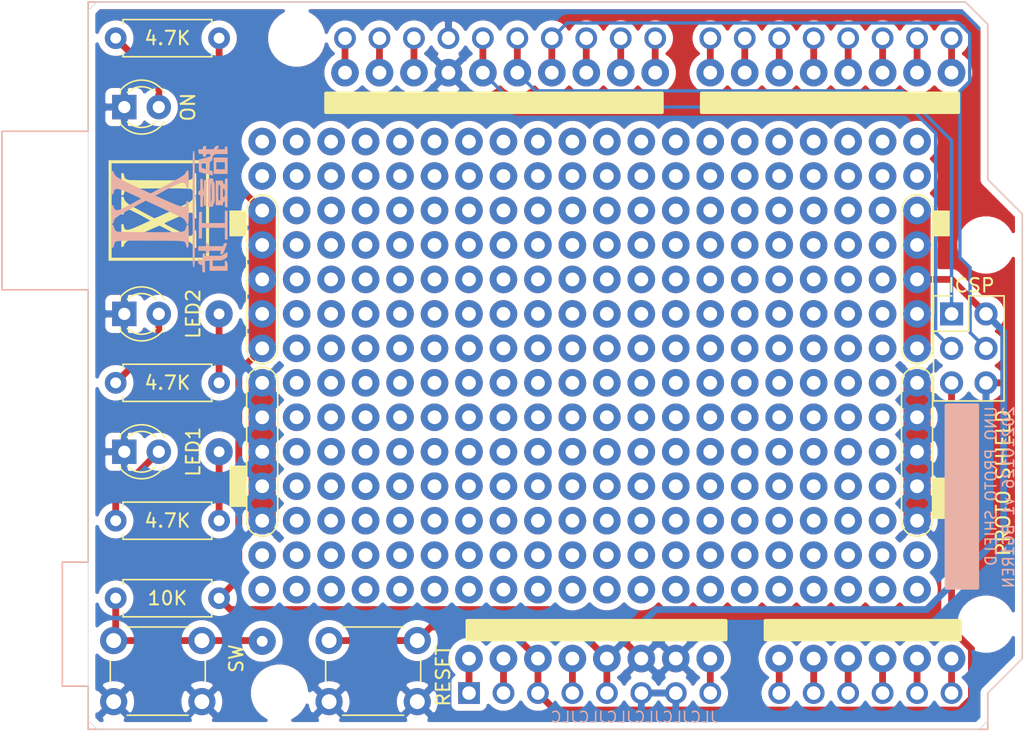
<source format=kicad_pcb>
(kicad_pcb (version 20171130) (host pcbnew 5.1.9)
  (title_block (title MiniCore/UNO) (date 2021-01-24) (rev v1) (company BG1REN))
  (layers (0 F.Cu signal) (31 B.Cu signal) (34 B.Paste user) (35 F.Paste user) (36 B.SilkS user) (37 F.SilkS user) (38 B.Mask user) (39 F.Mask user) (44 Edge.Cuts user))
  (net 0 "")
  (net 1 GND)
  (net 2 /D13)
  (net 3 /D12)
  (net 4 /D11)
  (net 5 +5V)
  (net 6 /~RESET)
  (net 7 "Net-(D1-Pad2)")
  (net 8 "Net-(D2-Pad2)")
  (net 9 "Net-(D3-Pad2)")
  (net 10 "Net-(J2-Pad1)")
  (net 11 "Net-(J3-Pad1)")
  (net 12 "Net-(J4-Pad1)")
  (module bg1ren:FreeSolderWirePad_1x01_Drill_2032x1016 (layer F.Cu) (at 64.767 71.117)
    (fp_text reference REF** hide)
    (fp_text value FreeSolderWirePad_1x01_Drill_2032x1016 hide)
    (pad 1 thru_hole circle (at 0 0) (size 2.032 2.032) (drill 1.016) (layers *.Cu *.Mask))
  )
  (module bg1ren:FreeSolderWirePad_1x01_Drill_2032x1016 (layer F.Cu) (at 64.767 58.417)
    (fp_text reference REF** hide)
    (fp_text value FreeSolderWirePad_1x01_Drill_2032x1016 hide)
    (pad 1 thru_hole circle (at 0 0) (size 2.032 2.032) (drill 1.016) (layers *.Cu *.Mask) (net 1 GND))
  )
  (module bg1ren:FreeSolderWirePad_1x01_Drill_2032x1016 (layer F.Cu) (at 64.767 48.257)
    (fp_text reference REF** hide)
    (fp_text value FreeSolderWirePad_1x01_Drill_2032x1016 hide)
    (pad 1 thru_hole circle (at 0 0) (size 2.032 2.032) (drill 1.016) (layers *.Cu *.Mask) (net 5 +5V))
  )
  (module bg1ren:FreeSolderWirePad_1x01_Drill_2032x1016 (layer F.Cu) (at 64.767 53.337)
    (fp_text reference REF** hide)
    (fp_text value FreeSolderWirePad_1x01_Drill_2032x1016 hide)
    (pad 1 thru_hole circle (at 0 0) (size 2.032 2.032) (drill 1.016) (layers *.Cu *.Mask) (net 5 +5V))
  )
  (module bg1ren:FreeSolderWirePad_1x01_Drill_2032x1016 (layer F.Cu) (at 64.767 43.177)
    (fp_text reference REF** hide)
    (fp_text value FreeSolderWirePad_1x01_Drill_2032x1016 hide)
    (pad 1 thru_hole circle (at 0 0) (size 2.032 2.032) (drill 1.016) (layers *.Cu *.Mask))
  )
  (module bg1ren:FreeSolderWirePad_1x01_Drill_2032x1016 (layer F.Cu) (at 64.767 50.797)
    (fp_text reference REF** hide)
    (fp_text value FreeSolderWirePad_1x01_Drill_2032x1016 hide)
    (pad 1 thru_hole circle (at 0 0) (size 2.032 2.032) (drill 1.016) (layers *.Cu *.Mask) (net 5 +5V))
  )
  (module bg1ren:FreeSolderWirePad_1x01_Drill_2032x1016 (layer F.Cu) (at 64.767 45.717)
    (fp_text reference REF** hide)
    (fp_text value FreeSolderWirePad_1x01_Drill_2032x1016 hide)
    (pad 1 thru_hole circle (at 0 0) (size 2.032 2.032) (drill 1.016) (layers *.Cu *.Mask) (net 5 +5V))
  )
  (module bg1ren:FreeSolderWirePad_1x01_Drill_2032x1016 (layer F.Cu) (at 64.767 68.577)
    (fp_text reference REF** hide)
    (fp_text value FreeSolderWirePad_1x01_Drill_2032x1016 hide)
    (pad 1 thru_hole circle (at 0 0) (size 2.032 2.032) (drill 1.016) (layers *.Cu *.Mask) (net 1 GND))
  )
  (module bg1ren:FreeSolderWirePad_1x01_Drill_2032x1016 (layer F.Cu) (at 64.767 40.637)
    (fp_text reference REF** hide)
    (fp_text value FreeSolderWirePad_1x01_Drill_2032x1016 hide)
    (pad 1 thru_hole circle (at 0 0) (size 2.032 2.032) (drill 1.016) (layers *.Cu *.Mask))
  )
  (module bg1ren:FreeSolderWirePad_1x01_Drill_2032x1016 (layer F.Cu) (at 64.767 63.497)
    (fp_text reference REF** hide)
    (fp_text value FreeSolderWirePad_1x01_Drill_2032x1016 hide)
    (pad 1 thru_hole circle (at 0 0) (size 2.032 2.032) (drill 1.016) (layers *.Cu *.Mask) (net 1 GND))
  )
  (module bg1ren:FreeSolderWirePad_1x01_Drill_2032x1016 (layer F.Cu) (at 64.767 55.877)
    (fp_text reference REF** hide)
    (fp_text value FreeSolderWirePad_1x01_Drill_2032x1016 hide)
    (pad 1 thru_hole circle (at 0 0) (size 2.032 2.032) (drill 1.016) (layers *.Cu *.Mask) (net 5 +5V))
  )
  (module bg1ren:FreeSolderWirePad_1x01_Drill_2032x1016 (layer F.Cu) (at 64.767 73.657)
    (fp_text reference REF** hide)
    (fp_text value FreeSolderWirePad_1x01_Drill_2032x1016 hide)
    (pad 1 thru_hole circle (at 0 0) (size 2.032 2.032) (drill 1.016) (layers *.Cu *.Mask))
  )
  (module bg1ren:FreeSolderWirePad_1x01_Drill_2032x1016 (layer F.Cu) (at 64.767 60.957)
    (fp_text reference REF** hide)
    (fp_text value FreeSolderWirePad_1x01_Drill_2032x1016 hide)
    (pad 1 thru_hole circle (at 0 0) (size 2.032 2.032) (drill 1.016) (layers *.Cu *.Mask) (net 1 GND))
  )
  (module bg1ren:FreeSolderWirePad_1x01_Drill_2032x1016 (layer F.Cu) (at 64.767 66.037)
    (fp_text reference REF** hide)
    (fp_text value FreeSolderWirePad_1x01_Drill_2032x1016 hide)
    (pad 1 thru_hole circle (at 0 0) (size 2.032 2.032) (drill 1.016) (layers *.Cu *.Mask) (net 1 GND))
  )
  (module bg1ren:FreeSolderWirePad_1x01_Drill_2032x1016 (layer F.Cu) (at 102.867 40.637)
    (fp_text reference REF** hide)
    (fp_text value FreeSolderWirePad_1x01_Drill_2032x1016 hide)
    (pad 1 thru_hole circle (at 0 0) (size 2.032 2.032) (drill 1.016) (layers *.Cu *.Mask))
  )
  (module bg1ren:FreeSolderWirePad_1x01_Drill_2032x1016 (layer F.Cu) (at 100.327 40.637)
    (fp_text reference REF** hide)
    (fp_text value FreeSolderWirePad_1x01_Drill_2032x1016 hide)
    (pad 1 thru_hole circle (at 0 0) (size 2.032 2.032) (drill 1.016) (layers *.Cu *.Mask))
  )
  (module bg1ren:FreeSolderWirePad_1x01_Drill_2032x1016 (layer F.Cu) (at 97.787 40.637)
    (fp_text reference REF** hide)
    (fp_text value FreeSolderWirePad_1x01_Drill_2032x1016 hide)
    (pad 1 thru_hole circle (at 0 0) (size 2.032 2.032) (drill 1.016) (layers *.Cu *.Mask))
  )
  (module bg1ren:FreeSolderWirePad_1x01_Drill_2032x1016 (layer F.Cu) (at 95.247 40.637)
    (fp_text reference REF** hide)
    (fp_text value FreeSolderWirePad_1x01_Drill_2032x1016 hide)
    (pad 1 thru_hole circle (at 0 0) (size 2.032 2.032) (drill 1.016) (layers *.Cu *.Mask))
  )
  (module bg1ren:FreeSolderWirePad_1x01_Drill_2032x1016 (layer F.Cu) (at 82.547 40.637)
    (fp_text reference REF** hide)
    (fp_text value FreeSolderWirePad_1x01_Drill_2032x1016 hide)
    (pad 1 thru_hole circle (at 0 0) (size 2.032 2.032) (drill 1.016) (layers *.Cu *.Mask))
  )
  (module bg1ren:FreeSolderWirePad_1x01_Drill_2032x1016 (layer F.Cu) (at 74.927 40.637)
    (fp_text reference REF** hide)
    (fp_text value FreeSolderWirePad_1x01_Drill_2032x1016 hide)
    (pad 1 thru_hole circle (at 0 0) (size 2.032 2.032) (drill 1.016) (layers *.Cu *.Mask))
  )
  (module bg1ren:FreeSolderWirePad_1x01_Drill_2032x1016 (layer F.Cu) (at 92.707 40.637)
    (fp_text reference REF** hide)
    (fp_text value FreeSolderWirePad_1x01_Drill_2032x1016 hide)
    (pad 1 thru_hole circle (at 0 0) (size 2.032 2.032) (drill 1.016) (layers *.Cu *.Mask))
  )
  (module bg1ren:FreeSolderWirePad_1x01_Drill_2032x1016 (layer F.Cu) (at 72.387 40.637)
    (fp_text reference REF** hide)
    (fp_text value FreeSolderWirePad_1x01_Drill_2032x1016 hide)
    (pad 1 thru_hole circle (at 0 0) (size 2.032 2.032) (drill 1.016) (layers *.Cu *.Mask))
  )
  (module bg1ren:FreeSolderWirePad_1x01_Drill_2032x1016 (layer F.Cu) (at 110.487 40.637)
    (fp_text reference REF** hide)
    (fp_text value FreeSolderWirePad_1x01_Drill_2032x1016 hide)
    (pad 1 thru_hole circle (at 0 0) (size 2.032 2.032) (drill 1.016) (layers *.Cu *.Mask))
  )
  (module bg1ren:FreeSolderWirePad_1x01_Drill_2032x1016 (layer F.Cu) (at 113.027 40.637)
    (fp_text reference REF** hide)
    (fp_text value FreeSolderWirePad_1x01_Drill_2032x1016 hide)
    (pad 1 thru_hole circle (at 0 0) (size 2.032 2.032) (drill 1.016) (layers *.Cu *.Mask))
  )
  (module bg1ren:FreeSolderWirePad_1x01_Drill_2032x1016 (layer F.Cu) (at 107.947 40.637)
    (fp_text reference REF** hide)
    (fp_text value FreeSolderWirePad_1x01_Drill_2032x1016 hide)
    (pad 1 thru_hole circle (at 0 0) (size 2.032 2.032) (drill 1.016) (layers *.Cu *.Mask))
  )
  (module bg1ren:FreeSolderWirePad_1x01_Drill_2032x1016 (layer F.Cu) (at 105.407 40.637)
    (fp_text reference REF** hide)
    (fp_text value FreeSolderWirePad_1x01_Drill_2032x1016 hide)
    (pad 1 thru_hole circle (at 0 0) (size 2.032 2.032) (drill 1.016) (layers *.Cu *.Mask))
  )
  (module bg1ren:FreeSolderWirePad_1x01_Drill_2032x1016 (layer F.Cu) (at 80.007 40.637)
    (fp_text reference REF** hide)
    (fp_text value FreeSolderWirePad_1x01_Drill_2032x1016 hide)
    (pad 1 thru_hole circle (at 0 0) (size 2.032 2.032) (drill 1.016) (layers *.Cu *.Mask))
  )
  (module bg1ren:FreeSolderWirePad_1x01_Drill_2032x1016 (layer F.Cu) (at 67.307 40.637)
    (fp_text reference REF** hide)
    (fp_text value FreeSolderWirePad_1x01_Drill_2032x1016 hide)
    (pad 1 thru_hole circle (at 0 0) (size 2.032 2.032) (drill 1.016) (layers *.Cu *.Mask))
  )
  (module bg1ren:FreeSolderWirePad_1x01_Drill_2032x1016 (layer F.Cu) (at 69.847 40.637)
    (fp_text reference REF** hide)
    (fp_text value FreeSolderWirePad_1x01_Drill_2032x1016 hide)
    (pad 1 thru_hole circle (at 0 0) (size 2.032 2.032) (drill 1.016) (layers *.Cu *.Mask))
  )
  (module bg1ren:FreeSolderWirePad_1x01_Drill_2032x1016 (layer F.Cu) (at 90.167 40.637)
    (fp_text reference REF** hide)
    (fp_text value FreeSolderWirePad_1x01_Drill_2032x1016 hide)
    (pad 1 thru_hole circle (at 0 0) (size 2.032 2.032) (drill 1.016) (layers *.Cu *.Mask))
  )
  (module bg1ren:FreeSolderWirePad_1x01_Drill_2032x1016 (layer F.Cu) (at 77.467 40.637)
    (fp_text reference REF** hide)
    (fp_text value FreeSolderWirePad_1x01_Drill_2032x1016 hide)
    (pad 1 thru_hole circle (at 0 0) (size 2.032 2.032) (drill 1.016) (layers *.Cu *.Mask))
  )
  (module bg1ren:FreeSolderWirePad_1x01_Drill_2032x1016 (layer F.Cu) (at 85.087 40.637)
    (fp_text reference REF** hide)
    (fp_text value FreeSolderWirePad_1x01_Drill_2032x1016 hide)
    (pad 1 thru_hole circle (at 0 0) (size 2.032 2.032) (drill 1.016) (layers *.Cu *.Mask))
  )
  (module bg1ren:FreeSolderWirePad_1x01_Drill_2032x1016 (layer F.Cu) (at 87.627 40.637)
    (fp_text reference REF** hide)
    (fp_text value FreeSolderWirePad_1x01_Drill_2032x1016 hide)
    (pad 1 thru_hole circle (at 0 0) (size 2.032 2.032) (drill 1.016) (layers *.Cu *.Mask))
  )
  (module bg1ren:FreeSolderWirePad_1x01_Drill_2032x1016 (layer F.Cu) (at 102.867 73.657)
    (fp_text reference REF** hide)
    (fp_text value FreeSolderWirePad_1x01_Drill_2032x1016 hide)
    (pad 1 thru_hole circle (at 0 0) (size 2.032 2.032) (drill 1.016) (layers *.Cu *.Mask))
  )
  (module bg1ren:FreeSolderWirePad_1x01_Drill_2032x1016 (layer F.Cu) (at 100.327 73.657)
    (fp_text reference REF** hide)
    (fp_text value FreeSolderWirePad_1x01_Drill_2032x1016 hide)
    (pad 1 thru_hole circle (at 0 0) (size 2.032 2.032) (drill 1.016) (layers *.Cu *.Mask))
  )
  (module bg1ren:FreeSolderWirePad_1x01_Drill_2032x1016 (layer F.Cu) (at 97.787 73.657)
    (fp_text reference REF** hide)
    (fp_text value FreeSolderWirePad_1x01_Drill_2032x1016 hide)
    (pad 1 thru_hole circle (at 0 0) (size 2.032 2.032) (drill 1.016) (layers *.Cu *.Mask))
  )
  (module bg1ren:FreeSolderWirePad_1x01_Drill_2032x1016 (layer F.Cu) (at 95.247 73.657)
    (fp_text reference REF** hide)
    (fp_text value FreeSolderWirePad_1x01_Drill_2032x1016 hide)
    (pad 1 thru_hole circle (at 0 0) (size 2.032 2.032) (drill 1.016) (layers *.Cu *.Mask))
  )
  (module bg1ren:FreeSolderWirePad_1x01_Drill_2032x1016 (layer F.Cu) (at 82.547 73.657)
    (fp_text reference REF** hide)
    (fp_text value FreeSolderWirePad_1x01_Drill_2032x1016 hide)
    (pad 1 thru_hole circle (at 0 0) (size 2.032 2.032) (drill 1.016) (layers *.Cu *.Mask))
  )
  (module bg1ren:FreeSolderWirePad_1x01_Drill_2032x1016 (layer F.Cu) (at 74.927 73.657)
    (fp_text reference REF** hide)
    (fp_text value FreeSolderWirePad_1x01_Drill_2032x1016 hide)
    (pad 1 thru_hole circle (at 0 0) (size 2.032 2.032) (drill 1.016) (layers *.Cu *.Mask))
  )
  (module bg1ren:FreeSolderWirePad_1x01_Drill_2032x1016 (layer F.Cu) (at 92.707 73.657)
    (fp_text reference REF** hide)
    (fp_text value FreeSolderWirePad_1x01_Drill_2032x1016 hide)
    (pad 1 thru_hole circle (at 0 0) (size 2.032 2.032) (drill 1.016) (layers *.Cu *.Mask))
  )
  (module bg1ren:FreeSolderWirePad_1x01_Drill_2032x1016 (layer F.Cu) (at 72.387 73.657)
    (fp_text reference REF** hide)
    (fp_text value FreeSolderWirePad_1x01_Drill_2032x1016 hide)
    (pad 1 thru_hole circle (at 0 0) (size 2.032 2.032) (drill 1.016) (layers *.Cu *.Mask))
  )
  (module bg1ren:FreeSolderWirePad_1x01_Drill_2032x1016 (layer F.Cu) (at 110.487 73.657)
    (fp_text reference REF** hide)
    (fp_text value FreeSolderWirePad_1x01_Drill_2032x1016 hide)
    (pad 1 thru_hole circle (at 0 0) (size 2.032 2.032) (drill 1.016) (layers *.Cu *.Mask))
  )
  (module bg1ren:FreeSolderWirePad_1x01_Drill_2032x1016 (layer F.Cu) (at 113.027 73.657)
    (fp_text reference REF** hide)
    (fp_text value FreeSolderWirePad_1x01_Drill_2032x1016 hide)
    (pad 1 thru_hole circle (at 0 0) (size 2.032 2.032) (drill 1.016) (layers *.Cu *.Mask))
  )
  (module bg1ren:FreeSolderWirePad_1x01_Drill_2032x1016 (layer F.Cu) (at 107.947 73.657)
    (fp_text reference REF** hide)
    (fp_text value FreeSolderWirePad_1x01_Drill_2032x1016 hide)
    (pad 1 thru_hole circle (at 0 0) (size 2.032 2.032) (drill 1.016) (layers *.Cu *.Mask))
  )
  (module bg1ren:FreeSolderWirePad_1x01_Drill_2032x1016 (layer F.Cu) (at 105.407 73.657)
    (fp_text reference REF** hide)
    (fp_text value FreeSolderWirePad_1x01_Drill_2032x1016 hide)
    (pad 1 thru_hole circle (at 0 0) (size 2.032 2.032) (drill 1.016) (layers *.Cu *.Mask))
  )
  (module bg1ren:FreeSolderWirePad_1x01_Drill_2032x1016 (layer F.Cu) (at 80.007 73.657)
    (fp_text reference REF** hide)
    (fp_text value FreeSolderWirePad_1x01_Drill_2032x1016 hide)
    (pad 1 thru_hole circle (at 0 0) (size 2.032 2.032) (drill 1.016) (layers *.Cu *.Mask))
  )
  (module bg1ren:FreeSolderWirePad_1x01_Drill_2032x1016 (layer F.Cu) (at 67.307 73.657)
    (fp_text reference REF** hide)
    (fp_text value FreeSolderWirePad_1x01_Drill_2032x1016 hide)
    (pad 1 thru_hole circle (at 0 0) (size 2.032 2.032) (drill 1.016) (layers *.Cu *.Mask))
  )
  (module bg1ren:FreeSolderWirePad_1x01_Drill_2032x1016 (layer F.Cu) (at 69.847 73.657)
    (fp_text reference REF** hide)
    (fp_text value FreeSolderWirePad_1x01_Drill_2032x1016 hide)
    (pad 1 thru_hole circle (at 0 0) (size 2.032 2.032) (drill 1.016) (layers *.Cu *.Mask))
  )
  (module bg1ren:FreeSolderWirePad_1x01_Drill_2032x1016 (layer F.Cu) (at 90.167 73.657)
    (fp_text reference REF** hide)
    (fp_text value FreeSolderWirePad_1x01_Drill_2032x1016 hide)
    (pad 1 thru_hole circle (at 0 0) (size 2.032 2.032) (drill 1.016) (layers *.Cu *.Mask))
  )
  (module bg1ren:FreeSolderWirePad_1x01_Drill_2032x1016 (layer F.Cu) (at 77.467 73.657)
    (fp_text reference REF** hide)
    (fp_text value FreeSolderWirePad_1x01_Drill_2032x1016 hide)
    (pad 1 thru_hole circle (at 0 0) (size 2.032 2.032) (drill 1.016) (layers *.Cu *.Mask))
  )
  (module bg1ren:FreeSolderWirePad_1x01_Drill_2032x1016 (layer F.Cu) (at 85.087 73.657)
    (fp_text reference REF** hide)
    (fp_text value FreeSolderWirePad_1x01_Drill_2032x1016 hide)
    (pad 1 thru_hole circle (at 0 0) (size 2.032 2.032) (drill 1.016) (layers *.Cu *.Mask))
  )
  (module bg1ren:FreeSolderWirePad_1x01_Drill_2032x1016 (layer F.Cu) (at 87.627 73.657)
    (fp_text reference REF** hide)
    (fp_text value FreeSolderWirePad_1x01_Drill_2032x1016 hide)
    (pad 1 thru_hole circle (at 0 0) (size 2.032 2.032) (drill 1.016) (layers *.Cu *.Mask))
  )
  (module xi:xi-logo-a-10_09 (layer B.Cu) (at 57.909 45.59 270)
    (fp_text reference G*** hide)
    (fp_text value LOGO hide)
  )
  (module LED_THT:LED_D3.0mm (layer F.Cu) (at 54.607 53.337)
    (fp_text reference D3 hide)
    (fp_text value LED2)
    (pad 2 thru_hole circle (at 2.54 0) (size 1.8 1.8) (drill 0.9) (layers *.Cu *.Mask) (net 9 "Net-(D3-Pad2)"))
    (pad 1 thru_hole rect (at 0 0) (size 1.8 1.8) (drill 0.9) (layers *.Cu *.Mask) (net 1 GND))
  )
  (module LED_THT:LED_D3.0mm (layer F.Cu) (at 54.607 63.497)
    (fp_text reference D2 hide)
    (fp_text value LED1)
    (pad 2 thru_hole circle (at 2.54 0) (size 1.8 1.8) (drill 0.9) (layers *.Cu *.Mask) (net 8 "Net-(D2-Pad2)"))
    (pad 1 thru_hole rect (at 0 0) (size 1.8 1.8) (drill 0.9) (layers *.Cu *.Mask) (net 1 GND))
  )
  (module LED_THT:LED_D3.0mm (layer F.Cu) (at 54.607 38.097)
    (fp_text reference D1 hide)
    (fp_text value ON (at 4.699 0 90) (layer F.SilkS))
    (pad 2 thru_hole circle (at 2.54 0) (size 1.8 1.8) (drill 0.9) (layers *.Cu *.Mask) (net 7 "Net-(D1-Pad2)"))
    (pad 1 thru_hole rect (at 0 0) (size 1.8 1.8) (drill 0.9) (layers *.Cu *.Mask) (net 1 GND))
  )
  (module xi:xi-logo-c-08_08 (layer F.Cu) (at 57.147 45.717 90)
    (fp_text reference G*** hide)
    (fp_text value LOGO hide)
  )
  (module bg1ren:FreeSolderWirePad_1x01_Drill0.8mm (layer F.Cu) (at 64.767 77.467)
    (fp_text reference J4 hide)
    (fp_text value SW (at -1.905 1.27 90) (layer F.SilkS))
    (pad 1 thru_hole circle (at 0 0) (size 1.99898 1.99898) (drill 0.8001) (layers *.Cu *.Mask) (net 12 "Net-(J4-Pad1)"))
  )
  (module Button_Switch_THT:SW_PUSH_6mm (layer F.Cu) (at 60.322 81.912 180)
    (fp_text reference SW2 hide)
    (fp_text value BTN)
    (pad 1 thru_hole circle (at 6.5 0 270) (size 2 2) (drill 1.1) (layers *.Cu *.Mask) (net 1 GND))
    (pad 2 thru_hole circle (at 6.5 4.5 270) (size 2 2) (drill 1.1) (layers *.Cu *.Mask) (net 12 "Net-(J4-Pad1)"))
    (pad 1 thru_hole circle (at 0 0 270) (size 2 2) (drill 1.1) (layers *.Cu *.Mask) (net 1 GND))
    (pad 2 thru_hole circle (at 0 4.5 270) (size 2 2) (drill 1.1) (layers *.Cu *.Mask) (net 12 "Net-(J4-Pad1)"))
  )
  (module Resistor_THT:R_Axial_DIN0207_L6.3mm_D2.5mm_P7.62mm_Horizontal (layer F.Cu) (at 61.592 74.292 180)
    (fp_text reference R4 hide)
    (fp_text value 10K (at 3.81 0) (layer F.SilkS))
    (pad 2 thru_hole oval (at 7.62 0 180) (size 1.6 1.6) (drill 0.8) (layers *.Cu *.Mask) (net 12 "Net-(J4-Pad1)"))
    (pad 1 thru_hole circle (at 0 0 180) (size 1.6 1.6) (drill 0.8) (layers *.Cu *.Mask) (net 5 +5V))
  )
  (module Resistor_THT:R_Axial_DIN0207_L6.3mm_D2.5mm_P7.62mm_Horizontal (layer F.Cu) (at 61.592 58.417 180)
    (fp_text reference R3 hide)
    (fp_text value 4.7K (at 3.81 0) (layer F.SilkS))
    (pad 2 thru_hole oval (at 7.62 0 180) (size 1.6 1.6) (drill 0.8) (layers *.Cu *.Mask) (net 9 "Net-(D3-Pad2)"))
    (pad 1 thru_hole circle (at 0 0 180) (size 1.6 1.6) (drill 0.8) (layers *.Cu *.Mask) (net 11 "Net-(J3-Pad1)"))
  )
  (module Resistor_THT:R_Axial_DIN0207_L6.3mm_D2.5mm_P7.62mm_Horizontal (layer F.Cu) (at 61.592 68.577 180)
    (fp_text reference R2 hide)
    (fp_text value 4.7K (at 3.81 0) (layer F.SilkS))
    (pad 2 thru_hole oval (at 7.62 0 180) (size 1.6 1.6) (drill 0.8) (layers *.Cu *.Mask) (net 8 "Net-(D2-Pad2)"))
    (pad 1 thru_hole circle (at 0 0 180) (size 1.6 1.6) (drill 0.8) (layers *.Cu *.Mask) (net 10 "Net-(J2-Pad1)"))
  )
  (module Resistor_THT:R_Axial_DIN0207_L6.3mm_D2.5mm_P7.62mm_Horizontal (layer F.Cu) (at 61.592 33.017 180)
    (fp_text reference R1 hide)
    (fp_text value 4.7K (at 3.81 0) (layer F.SilkS))
    (pad 2 thru_hole oval (at 7.62 0 180) (size 1.6 1.6) (drill 0.8) (layers *.Cu *.Mask) (net 7 "Net-(D1-Pad2)"))
    (pad 1 thru_hole circle (at 0 0 180) (size 1.6 1.6) (drill 0.8) (layers *.Cu *.Mask) (net 5 +5V))
  )
  (module bg1ren:FreeSolderWirePad_1x01_Drill0.8mm (layer F.Cu) (at 61.592 53.337)
    (fp_text reference J3 hide)
    (fp_text value LED2 (at -1.905 0 90) (layer F.SilkS))
    (pad 1 thru_hole circle (at 0 0) (size 1.99898 1.99898) (drill 0.8001) (layers *.Cu *.Mask) (net 11 "Net-(J3-Pad1)"))
  )
  (module bg1ren:FreeSolderWirePad_1x01_Drill0.8mm (layer F.Cu) (at 61.592 63.497)
    (fp_text reference J2 hide)
    (fp_text value LED1 (at -1.905 0 90) (layer F.SilkS))
    (pad 1 thru_hole circle (at 0 0) (size 1.99898 1.99898) (drill 0.8001) (layers *.Cu *.Mask) (net 10 "Net-(J2-Pad1)"))
  )
  (module bg1ren:FreeSolderWirePad_1x01_Drill_2032x1016 (layer F.Cu) (at 70.87062 35.55954)
    (fp_text reference REF** hide)
    (fp_text value FreeSolderWirePad_1x01_Drill_2032x1016 hide)
    (pad 1 thru_hole circle (at 0 0) (size 2.032 2.032) (drill 1.016) (layers *.Cu *.Mask))
  )
  (module bg1ren:FreeSolderWirePad_1x01_Drill_2032x1016 (layer F.Cu) (at 73.41062 35.55954)
    (fp_text reference REF** hide)
    (fp_text value FreeSolderWirePad_1x01_Drill_2032x1016 hide)
    (pad 1 thru_hole circle (at 0 0) (size 2.032 2.032) (drill 1.016) (layers *.Cu *.Mask))
  )
  (module bg1ren:FreeSolderWirePad_1x01_Drill_2032x1016 (layer F.Cu) (at 88.65062 35.55954)
    (fp_text reference REF** hide)
    (fp_text value FreeSolderWirePad_1x01_Drill_2032x1016 hide)
    (pad 1 thru_hole circle (at 0 0) (size 2.032 2.032) (drill 1.016) (layers *.Cu *.Mask))
  )
  (module bg1ren:FreeSolderWirePad_1x01_Drill_2032x1016 (layer F.Cu) (at 78.49062 35.55954)
    (fp_text reference REF** hide)
    (fp_text value FreeSolderWirePad_1x01_Drill_2032x1016 hide)
    (pad 1 thru_hole circle (at 0 0) (size 2.032 2.032) (drill 1.016) (layers *.Cu *.Mask) (net 1 GND))
  )
  (module bg1ren:FreeSolderWirePad_1x01_Drill_2032x1016 (layer F.Cu) (at 86.11062 35.55954)
    (fp_text reference REF** hide)
    (fp_text value FreeSolderWirePad_1x01_Drill_2032x1016 hide)
    (pad 1 thru_hole circle (at 0 0) (size 2.032 2.032) (drill 1.016) (layers *.Cu *.Mask) (net 4 /D11))
  )
  (module bg1ren:FreeSolderWirePad_1x01_Drill_2032x1016 (layer F.Cu) (at 81.03062 35.55954)
    (fp_text reference REF** hide)
    (fp_text value FreeSolderWirePad_1x01_Drill_2032x1016 hide)
    (pad 1 thru_hole circle (at 0 0) (size 2.032 2.032) (drill 1.016) (layers *.Cu *.Mask) (net 2 /D13))
  )
  (module bg1ren:FreeSolderWirePad_1x01_Drill_2032x1016 (layer F.Cu) (at 75.95062 35.55954)
    (fp_text reference REF** hide)
    (fp_text value FreeSolderWirePad_1x01_Drill_2032x1016 hide)
    (pad 1 thru_hole circle (at 0 0) (size 2.032 2.032) (drill 1.016) (layers *.Cu *.Mask))
  )
  (module bg1ren:FreeSolderWirePad_1x01_Drill_2032x1016 (layer F.Cu) (at 93.73062 35.55954)
    (fp_text reference REF** hide)
    (fp_text value FreeSolderWirePad_1x01_Drill_2032x1016 hide)
    (pad 1 thru_hole circle (at 0 0) (size 2.032 2.032) (drill 1.016) (layers *.Cu *.Mask))
  )
  (module bg1ren:FreeSolderWirePad_1x01_Drill_2032x1016 (layer F.Cu) (at 91.19062 35.55954)
    (fp_text reference REF** hide)
    (fp_text value FreeSolderWirePad_1x01_Drill_2032x1016 hide)
    (pad 1 thru_hole circle (at 0 0) (size 2.032 2.032) (drill 1.016) (layers *.Cu *.Mask))
  )
  (module bg1ren:FreeSolderWirePad_1x01_Drill_2032x1016 (layer F.Cu) (at 83.57062 35.55954)
    (fp_text reference REF** hide)
    (fp_text value FreeSolderWirePad_1x01_Drill_2032x1016 hide)
    (pad 1 thru_hole circle (at 0 0) (size 2.032 2.032) (drill 1.016) (layers *.Cu *.Mask) (net 3 /D12))
  )
  (module bg1ren:FreeSolderWirePad_1x01_Drill_2032x1016 (layer F.Cu) (at 90.167 78.737)
    (fp_text reference REF** hide)
    (fp_text value FreeSolderWirePad_1x01_Drill_2032x1016 hide)
    (pad 1 thru_hole circle (at 0 0) (size 2.032 2.032) (drill 1.016) (layers *.Cu *.Mask) (net 5 +5V))
  )
  (module bg1ren:FreeSolderWirePad_1x01_Drill_2032x1016 (layer F.Cu) (at 80.007 78.737)
    (fp_text reference REF** hide)
    (fp_text value FreeSolderWirePad_1x01_Drill_2032x1016 hide)
    (pad 1 thru_hole circle (at 0 0) (size 2.032 2.032) (drill 1.016) (layers *.Cu *.Mask))
  )
  (module bg1ren:FreeSolderWirePad_1x01_Drill_2032x1016 (layer F.Cu) (at 87.627 78.737)
    (fp_text reference REF** hide)
    (fp_text value FreeSolderWirePad_1x01_Drill_2032x1016 hide)
    (pad 1 thru_hole circle (at 0 0) (size 2.032 2.032) (drill 1.016) (layers *.Cu *.Mask))
  )
  (module bg1ren:FreeSolderWirePad_1x01_Drill_2032x1016 (layer F.Cu) (at 82.547 78.737)
    (fp_text reference REF** hide)
    (fp_text value FreeSolderWirePad_1x01_Drill_2032x1016 hide)
    (pad 1 thru_hole circle (at 0 0) (size 2.032 2.032) (drill 1.016) (layers *.Cu *.Mask))
  )
  (module bg1ren:FreeSolderWirePad_1x01_Drill_2032x1016 (layer F.Cu) (at 95.247 78.737)
    (fp_text reference REF** hide)
    (fp_text value FreeSolderWirePad_1x01_Drill_2032x1016 hide)
    (pad 1 thru_hole circle (at 0 0) (size 2.032 2.032) (drill 1.016) (layers *.Cu *.Mask) (net 1 GND))
  )
  (module bg1ren:FreeSolderWirePad_1x01_Drill_2032x1016 (layer F.Cu) (at 92.707 78.737)
    (fp_text reference REF** hide)
    (fp_text value FreeSolderWirePad_1x01_Drill_2032x1016 hide)
    (pad 1 thru_hole circle (at 0 0) (size 2.032 2.032) (drill 1.016) (layers *.Cu *.Mask) (net 1 GND))
  )
  (module bg1ren:FreeSolderWirePad_1x01_Drill_2032x1016 (layer F.Cu) (at 85.087 78.737)
    (fp_text reference REF** hide)
    (fp_text value FreeSolderWirePad_1x01_Drill_2032x1016 hide)
    (pad 1 thru_hole circle (at 0 0) (size 2.032 2.032) (drill 1.016) (layers *.Cu *.Mask) (net 6 /~RESET))
  )
  (module bg1ren:FreeSolderWirePad_1x01_Drill_2032x1016 (layer F.Cu) (at 110.487 78.737)
    (fp_text reference REF** hide)
    (fp_text value FreeSolderWirePad_1x01_Drill_2032x1016 hide)
    (pad 1 thru_hole circle (at 0 0) (size 2.032 2.032) (drill 1.016) (layers *.Cu *.Mask))
  )
  (module bg1ren:FreeSolderWirePad_1x01_Drill_2032x1016 (layer F.Cu) (at 107.947 78.737)
    (fp_text reference REF** hide)
    (fp_text value FreeSolderWirePad_1x01_Drill_2032x1016 hide)
    (pad 1 thru_hole circle (at 0 0) (size 2.032 2.032) (drill 1.016) (layers *.Cu *.Mask))
  )
  (module bg1ren:FreeSolderWirePad_1x01_Drill_2032x1016 (layer F.Cu) (at 102.867 78.737)
    (fp_text reference REF** hide)
    (fp_text value FreeSolderWirePad_1x01_Drill_2032x1016 hide)
    (pad 1 thru_hole circle (at 0 0) (size 2.032 2.032) (drill 1.016) (layers *.Cu *.Mask))
  )
  (module bg1ren:FreeSolderWirePad_1x01_Drill_2032x1016 (layer F.Cu) (at 97.787 78.737)
    (fp_text reference REF** hide)
    (fp_text value FreeSolderWirePad_1x01_Drill_2032x1016 hide)
    (pad 1 thru_hole circle (at 0 0) (size 2.032 2.032) (drill 1.016) (layers *.Cu *.Mask))
  )
  (module bg1ren:FreeSolderWirePad_1x01_Drill_2032x1016 (layer F.Cu) (at 115.567 78.737)
    (fp_text reference REF** hide)
    (fp_text value FreeSolderWirePad_1x01_Drill_2032x1016 hide)
    (pad 1 thru_hole circle (at 0 0) (size 2.032 2.032) (drill 1.016) (layers *.Cu *.Mask))
  )
  (module bg1ren:FreeSolderWirePad_1x01_Drill_2032x1016 (layer F.Cu) (at 113.027 78.737)
    (fp_text reference REF** hide)
    (fp_text value FreeSolderWirePad_1x01_Drill_2032x1016 hide)
    (pad 1 thru_hole circle (at 0 0) (size 2.032 2.032) (drill 1.016) (layers *.Cu *.Mask))
  )
  (module bg1ren:FreeSolderWirePad_1x01_Drill_2032x1016 (layer F.Cu) (at 105.407 78.737)
    (fp_text reference REF** hide)
    (fp_text value FreeSolderWirePad_1x01_Drill_2032x1016 hide)
    (pad 1 thru_hole circle (at 0 0) (size 2.032 2.032) (drill 1.016) (layers *.Cu *.Mask))
  )
  (module bg1ren:FreeSolderWirePad_1x01_Drill_2032x1016 (layer F.Cu) (at 110.487 35.557)
    (fp_text reference REF** hide)
    (fp_text value FreeSolderWirePad_1x01_Drill_2032x1016 hide)
    (pad 1 thru_hole circle (at 0 0) (size 2.032 2.032) (drill 1.016) (layers *.Cu *.Mask))
  )
  (module bg1ren:FreeSolderWirePad_1x01_Drill_2032x1016 (layer F.Cu) (at 100.327 35.557)
    (fp_text reference REF** hide)
    (fp_text value FreeSolderWirePad_1x01_Drill_2032x1016 hide)
    (pad 1 thru_hole circle (at 0 0) (size 2.032 2.032) (drill 1.016) (layers *.Cu *.Mask))
  )
  (module bg1ren:FreeSolderWirePad_1x01_Drill_2032x1016 (layer F.Cu) (at 107.947 35.557)
    (fp_text reference REF** hide)
    (fp_text value FreeSolderWirePad_1x01_Drill_2032x1016 hide)
    (pad 1 thru_hole circle (at 0 0) (size 2.032 2.032) (drill 1.016) (layers *.Cu *.Mask))
  )
  (module bg1ren:FreeSolderWirePad_1x01_Drill_2032x1016 (layer F.Cu) (at 102.867 35.557)
    (fp_text reference REF** hide)
    (fp_text value FreeSolderWirePad_1x01_Drill_2032x1016 hide)
    (pad 1 thru_hole circle (at 0 0) (size 2.032 2.032) (drill 1.016) (layers *.Cu *.Mask))
  )
  (module bg1ren:FreeSolderWirePad_1x01_Drill_2032x1016 (layer F.Cu) (at 97.787 35.557)
    (fp_text reference REF** hide)
    (fp_text value FreeSolderWirePad_1x01_Drill_2032x1016 hide)
    (pad 1 thru_hole circle (at 0 0) (size 2.032 2.032) (drill 1.016) (layers *.Cu *.Mask))
  )
  (module bg1ren:FreeSolderWirePad_1x01_Drill_2032x1016 (layer F.Cu) (at 115.567 35.557)
    (fp_text reference REF** hide)
    (fp_text value FreeSolderWirePad_1x01_Drill_2032x1016 hide)
    (pad 1 thru_hole circle (at 0 0) (size 2.032 2.032) (drill 1.016) (layers *.Cu *.Mask))
  )
  (module bg1ren:FreeSolderWirePad_1x01_Drill_2032x1016 (layer F.Cu) (at 113.027 35.557)
    (fp_text reference REF** hide)
    (fp_text value FreeSolderWirePad_1x01_Drill_2032x1016 hide)
    (pad 1 thru_hole circle (at 0 0) (size 2.032 2.032) (drill 1.016) (layers *.Cu *.Mask))
  )
  (module bg1ren:FreeSolderWirePad_1x01_Drill_2032x1016 (layer F.Cu) (at 105.407 35.557)
    (fp_text reference REF** hide)
    (fp_text value FreeSolderWirePad_1x01_Drill_2032x1016 hide)
    (pad 1 thru_hole circle (at 0 0) (size 2.032 2.032) (drill 1.016) (layers *.Cu *.Mask))
  )
  (module bg1ren:FreeSolderWirePad_1x01_Drill_2032x1016 (layer F.Cu) (at 67.307 68.577)
    (fp_text reference REF** hide)
    (fp_text value FreeSolderWirePad_1x01_Drill_2032x1016 hide)
    (pad 1 thru_hole circle (at 0 0) (size 2.032 2.032) (drill 1.016) (layers *.Cu *.Mask))
  )
  (module bg1ren:FreeSolderWirePad_1x01_Drill_2032x1016 (layer F.Cu) (at 67.307 58.417)
    (fp_text reference REF** hide)
    (fp_text value FreeSolderWirePad_1x01_Drill_2032x1016 hide)
    (pad 1 thru_hole circle (at 0 0) (size 2.032 2.032) (drill 1.016) (layers *.Cu *.Mask))
  )
  (module bg1ren:FreeSolderWirePad_1x01_Drill_2032x1016 (layer F.Cu) (at 67.307 48.257)
    (fp_text reference REF** hide)
    (fp_text value FreeSolderWirePad_1x01_Drill_2032x1016 hide)
    (pad 1 thru_hole circle (at 0 0) (size 2.032 2.032) (drill 1.016) (layers *.Cu *.Mask))
  )
  (module bg1ren:FreeSolderWirePad_1x01_Drill_2032x1016 (layer F.Cu) (at 67.307 50.797)
    (fp_text reference REF** hide)
    (fp_text value FreeSolderWirePad_1x01_Drill_2032x1016 hide)
    (pad 1 thru_hole circle (at 0 0) (size 2.032 2.032) (drill 1.016) (layers *.Cu *.Mask))
  )
  (module bg1ren:FreeSolderWirePad_1x01_Drill_2032x1016 (layer F.Cu) (at 67.307 45.717)
    (fp_text reference REF** hide)
    (fp_text value FreeSolderWirePad_1x01_Drill_2032x1016 hide)
    (pad 1 thru_hole circle (at 0 0) (size 2.032 2.032) (drill 1.016) (layers *.Cu *.Mask))
  )
  (module bg1ren:FreeSolderWirePad_1x01_Drill_2032x1016 (layer F.Cu) (at 67.307 53.337)
    (fp_text reference REF** hide)
    (fp_text value FreeSolderWirePad_1x01_Drill_2032x1016 hide)
    (pad 1 thru_hole circle (at 0 0) (size 2.032 2.032) (drill 1.016) (layers *.Cu *.Mask))
  )
  (module bg1ren:FreeSolderWirePad_1x01_Drill_2032x1016 (layer F.Cu) (at 67.307 43.177)
    (fp_text reference REF** hide)
    (fp_text value FreeSolderWirePad_1x01_Drill_2032x1016 hide)
    (pad 1 thru_hole circle (at 0 0) (size 2.032 2.032) (drill 1.016) (layers *.Cu *.Mask))
  )
  (module bg1ren:FreeSolderWirePad_1x01_Drill_2032x1016 (layer F.Cu) (at 67.307 71.117)
    (fp_text reference REF** hide)
    (fp_text value FreeSolderWirePad_1x01_Drill_2032x1016 hide)
    (pad 1 thru_hole circle (at 0 0) (size 2.032 2.032) (drill 1.016) (layers *.Cu *.Mask))
  )
  (module bg1ren:FreeSolderWirePad_1x01_Drill_2032x1016 (layer F.Cu) (at 67.307 60.957)
    (fp_text reference REF** hide)
    (fp_text value FreeSolderWirePad_1x01_Drill_2032x1016 hide)
    (pad 1 thru_hole circle (at 0 0) (size 2.032 2.032) (drill 1.016) (layers *.Cu *.Mask))
  )
  (module bg1ren:FreeSolderWirePad_1x01_Drill_2032x1016 (layer F.Cu) (at 67.307 66.037)
    (fp_text reference REF** hide)
    (fp_text value FreeSolderWirePad_1x01_Drill_2032x1016 hide)
    (pad 1 thru_hole circle (at 0 0) (size 2.032 2.032) (drill 1.016) (layers *.Cu *.Mask))
  )
  (module bg1ren:FreeSolderWirePad_1x01_Drill_2032x1016 (layer F.Cu) (at 67.307 63.497)
    (fp_text reference REF** hide)
    (fp_text value FreeSolderWirePad_1x01_Drill_2032x1016 hide)
    (pad 1 thru_hole circle (at 0 0) (size 2.032 2.032) (drill 1.016) (layers *.Cu *.Mask))
  )
  (module bg1ren:FreeSolderWirePad_1x01_Drill_2032x1016 (layer F.Cu) (at 67.307 55.877)
    (fp_text reference REF** hide)
    (fp_text value FreeSolderWirePad_1x01_Drill_2032x1016 hide)
    (pad 1 thru_hole circle (at 0 0) (size 2.032 2.032) (drill 1.016) (layers *.Cu *.Mask))
  )
  (module bg1ren:FreeSolderWirePad_1x01_Drill_2032x1016 (layer F.Cu) (at 69.847 68.577)
    (fp_text reference REF** hide)
    (fp_text value FreeSolderWirePad_1x01_Drill_2032x1016 hide)
    (pad 1 thru_hole circle (at 0 0) (size 2.032 2.032) (drill 1.016) (layers *.Cu *.Mask))
  )
  (module bg1ren:FreeSolderWirePad_1x01_Drill_2032x1016 (layer F.Cu) (at 69.847 58.417)
    (fp_text reference REF** hide)
    (fp_text value FreeSolderWirePad_1x01_Drill_2032x1016 hide)
    (pad 1 thru_hole circle (at 0 0) (size 2.032 2.032) (drill 1.016) (layers *.Cu *.Mask))
  )
  (module bg1ren:FreeSolderWirePad_1x01_Drill_2032x1016 (layer F.Cu) (at 69.847 48.257)
    (fp_text reference REF** hide)
    (fp_text value FreeSolderWirePad_1x01_Drill_2032x1016 hide)
    (pad 1 thru_hole circle (at 0 0) (size 2.032 2.032) (drill 1.016) (layers *.Cu *.Mask))
  )
  (module bg1ren:FreeSolderWirePad_1x01_Drill_2032x1016 (layer F.Cu) (at 69.847 50.797)
    (fp_text reference REF** hide)
    (fp_text value FreeSolderWirePad_1x01_Drill_2032x1016 hide)
    (pad 1 thru_hole circle (at 0 0) (size 2.032 2.032) (drill 1.016) (layers *.Cu *.Mask))
  )
  (module bg1ren:FreeSolderWirePad_1x01_Drill_2032x1016 (layer F.Cu) (at 69.847 45.717)
    (fp_text reference REF** hide)
    (fp_text value FreeSolderWirePad_1x01_Drill_2032x1016 hide)
    (pad 1 thru_hole circle (at 0 0) (size 2.032 2.032) (drill 1.016) (layers *.Cu *.Mask))
  )
  (module bg1ren:FreeSolderWirePad_1x01_Drill_2032x1016 (layer F.Cu) (at 69.847 53.337)
    (fp_text reference REF** hide)
    (fp_text value FreeSolderWirePad_1x01_Drill_2032x1016 hide)
    (pad 1 thru_hole circle (at 0 0) (size 2.032 2.032) (drill 1.016) (layers *.Cu *.Mask))
  )
  (module bg1ren:FreeSolderWirePad_1x01_Drill_2032x1016 (layer F.Cu) (at 69.847 43.177)
    (fp_text reference REF** hide)
    (fp_text value FreeSolderWirePad_1x01_Drill_2032x1016 hide)
    (pad 1 thru_hole circle (at 0 0) (size 2.032 2.032) (drill 1.016) (layers *.Cu *.Mask))
  )
  (module bg1ren:FreeSolderWirePad_1x01_Drill_2032x1016 (layer F.Cu) (at 69.847 71.117)
    (fp_text reference REF** hide)
    (fp_text value FreeSolderWirePad_1x01_Drill_2032x1016 hide)
    (pad 1 thru_hole circle (at 0 0) (size 2.032 2.032) (drill 1.016) (layers *.Cu *.Mask))
  )
  (module bg1ren:FreeSolderWirePad_1x01_Drill_2032x1016 (layer F.Cu) (at 69.847 60.957)
    (fp_text reference REF** hide)
    (fp_text value FreeSolderWirePad_1x01_Drill_2032x1016 hide)
    (pad 1 thru_hole circle (at 0 0) (size 2.032 2.032) (drill 1.016) (layers *.Cu *.Mask))
  )
  (module bg1ren:FreeSolderWirePad_1x01_Drill_2032x1016 (layer F.Cu) (at 69.847 66.037)
    (fp_text reference REF** hide)
    (fp_text value FreeSolderWirePad_1x01_Drill_2032x1016 hide)
    (pad 1 thru_hole circle (at 0 0) (size 2.032 2.032) (drill 1.016) (layers *.Cu *.Mask))
  )
  (module bg1ren:FreeSolderWirePad_1x01_Drill_2032x1016 (layer F.Cu) (at 69.847 63.497)
    (fp_text reference REF** hide)
    (fp_text value FreeSolderWirePad_1x01_Drill_2032x1016 hide)
    (pad 1 thru_hole circle (at 0 0) (size 2.032 2.032) (drill 1.016) (layers *.Cu *.Mask))
  )
  (module bg1ren:FreeSolderWirePad_1x01_Drill_2032x1016 (layer F.Cu) (at 69.847 55.877)
    (fp_text reference REF** hide)
    (fp_text value FreeSolderWirePad_1x01_Drill_2032x1016 hide)
    (pad 1 thru_hole circle (at 0 0) (size 2.032 2.032) (drill 1.016) (layers *.Cu *.Mask))
  )
  (module bg1ren:FreeSolderWirePad_1x01_Drill_2032x1016 (layer F.Cu) (at 72.387 68.577)
    (fp_text reference REF** hide)
    (fp_text value FreeSolderWirePad_1x01_Drill_2032x1016 hide)
    (pad 1 thru_hole circle (at 0 0) (size 2.032 2.032) (drill 1.016) (layers *.Cu *.Mask))
  )
  (module bg1ren:FreeSolderWirePad_1x01_Drill_2032x1016 (layer F.Cu) (at 72.387 58.417)
    (fp_text reference REF** hide)
    (fp_text value FreeSolderWirePad_1x01_Drill_2032x1016 hide)
    (pad 1 thru_hole circle (at 0 0) (size 2.032 2.032) (drill 1.016) (layers *.Cu *.Mask))
  )
  (module bg1ren:FreeSolderWirePad_1x01_Drill_2032x1016 (layer F.Cu) (at 72.387 48.257)
    (fp_text reference REF** hide)
    (fp_text value FreeSolderWirePad_1x01_Drill_2032x1016 hide)
    (pad 1 thru_hole circle (at 0 0) (size 2.032 2.032) (drill 1.016) (layers *.Cu *.Mask))
  )
  (module bg1ren:FreeSolderWirePad_1x01_Drill_2032x1016 (layer F.Cu) (at 72.387 50.797)
    (fp_text reference REF** hide)
    (fp_text value FreeSolderWirePad_1x01_Drill_2032x1016 hide)
    (pad 1 thru_hole circle (at 0 0) (size 2.032 2.032) (drill 1.016) (layers *.Cu *.Mask))
  )
  (module bg1ren:FreeSolderWirePad_1x01_Drill_2032x1016 (layer F.Cu) (at 72.387 45.717)
    (fp_text reference REF** hide)
    (fp_text value FreeSolderWirePad_1x01_Drill_2032x1016 hide)
    (pad 1 thru_hole circle (at 0 0) (size 2.032 2.032) (drill 1.016) (layers *.Cu *.Mask))
  )
  (module bg1ren:FreeSolderWirePad_1x01_Drill_2032x1016 (layer F.Cu) (at 72.387 53.337)
    (fp_text reference REF** hide)
    (fp_text value FreeSolderWirePad_1x01_Drill_2032x1016 hide)
    (pad 1 thru_hole circle (at 0 0) (size 2.032 2.032) (drill 1.016) (layers *.Cu *.Mask))
  )
  (module bg1ren:FreeSolderWirePad_1x01_Drill_2032x1016 (layer F.Cu) (at 72.387 43.177)
    (fp_text reference REF** hide)
    (fp_text value FreeSolderWirePad_1x01_Drill_2032x1016 hide)
    (pad 1 thru_hole circle (at 0 0) (size 2.032 2.032) (drill 1.016) (layers *.Cu *.Mask))
  )
  (module bg1ren:FreeSolderWirePad_1x01_Drill_2032x1016 (layer F.Cu) (at 72.387 71.117)
    (fp_text reference REF** hide)
    (fp_text value FreeSolderWirePad_1x01_Drill_2032x1016 hide)
    (pad 1 thru_hole circle (at 0 0) (size 2.032 2.032) (drill 1.016) (layers *.Cu *.Mask))
  )
  (module bg1ren:FreeSolderWirePad_1x01_Drill_2032x1016 (layer F.Cu) (at 72.387 60.957)
    (fp_text reference REF** hide)
    (fp_text value FreeSolderWirePad_1x01_Drill_2032x1016 hide)
    (pad 1 thru_hole circle (at 0 0) (size 2.032 2.032) (drill 1.016) (layers *.Cu *.Mask))
  )
  (module bg1ren:FreeSolderWirePad_1x01_Drill_2032x1016 (layer F.Cu) (at 72.387 66.037)
    (fp_text reference REF** hide)
    (fp_text value FreeSolderWirePad_1x01_Drill_2032x1016 hide)
    (pad 1 thru_hole circle (at 0 0) (size 2.032 2.032) (drill 1.016) (layers *.Cu *.Mask))
  )
  (module bg1ren:FreeSolderWirePad_1x01_Drill_2032x1016 (layer F.Cu) (at 72.387 63.497)
    (fp_text reference REF** hide)
    (fp_text value FreeSolderWirePad_1x01_Drill_2032x1016 hide)
    (pad 1 thru_hole circle (at 0 0) (size 2.032 2.032) (drill 1.016) (layers *.Cu *.Mask))
  )
  (module bg1ren:FreeSolderWirePad_1x01_Drill_2032x1016 (layer F.Cu) (at 72.387 55.877)
    (fp_text reference REF** hide)
    (fp_text value FreeSolderWirePad_1x01_Drill_2032x1016 hide)
    (pad 1 thru_hole circle (at 0 0) (size 2.032 2.032) (drill 1.016) (layers *.Cu *.Mask))
  )
  (module bg1ren:FreeSolderWirePad_1x01_Drill_2032x1016 (layer F.Cu) (at 74.927 68.577)
    (fp_text reference REF** hide)
    (fp_text value FreeSolderWirePad_1x01_Drill_2032x1016 hide)
    (pad 1 thru_hole circle (at 0 0) (size 2.032 2.032) (drill 1.016) (layers *.Cu *.Mask))
  )
  (module bg1ren:FreeSolderWirePad_1x01_Drill_2032x1016 (layer F.Cu) (at 74.927 58.417)
    (fp_text reference REF** hide)
    (fp_text value FreeSolderWirePad_1x01_Drill_2032x1016 hide)
    (pad 1 thru_hole circle (at 0 0) (size 2.032 2.032) (drill 1.016) (layers *.Cu *.Mask))
  )
  (module bg1ren:FreeSolderWirePad_1x01_Drill_2032x1016 (layer F.Cu) (at 74.927 48.257)
    (fp_text reference REF** hide)
    (fp_text value FreeSolderWirePad_1x01_Drill_2032x1016 hide)
    (pad 1 thru_hole circle (at 0 0) (size 2.032 2.032) (drill 1.016) (layers *.Cu *.Mask))
  )
  (module bg1ren:FreeSolderWirePad_1x01_Drill_2032x1016 (layer F.Cu) (at 74.927 50.797)
    (fp_text reference REF** hide)
    (fp_text value FreeSolderWirePad_1x01_Drill_2032x1016 hide)
    (pad 1 thru_hole circle (at 0 0) (size 2.032 2.032) (drill 1.016) (layers *.Cu *.Mask))
  )
  (module bg1ren:FreeSolderWirePad_1x01_Drill_2032x1016 (layer F.Cu) (at 74.927 45.717)
    (fp_text reference REF** hide)
    (fp_text value FreeSolderWirePad_1x01_Drill_2032x1016 hide)
    (pad 1 thru_hole circle (at 0 0) (size 2.032 2.032) (drill 1.016) (layers *.Cu *.Mask))
  )
  (module bg1ren:FreeSolderWirePad_1x01_Drill_2032x1016 (layer F.Cu) (at 74.927 53.337)
    (fp_text reference REF** hide)
    (fp_text value FreeSolderWirePad_1x01_Drill_2032x1016 hide)
    (pad 1 thru_hole circle (at 0 0) (size 2.032 2.032) (drill 1.016) (layers *.Cu *.Mask))
  )
  (module bg1ren:FreeSolderWirePad_1x01_Drill_2032x1016 (layer F.Cu) (at 74.927 43.177)
    (fp_text reference REF** hide)
    (fp_text value FreeSolderWirePad_1x01_Drill_2032x1016 hide)
    (pad 1 thru_hole circle (at 0 0) (size 2.032 2.032) (drill 1.016) (layers *.Cu *.Mask))
  )
  (module bg1ren:FreeSolderWirePad_1x01_Drill_2032x1016 (layer F.Cu) (at 74.927 71.117)
    (fp_text reference REF** hide)
    (fp_text value FreeSolderWirePad_1x01_Drill_2032x1016 hide)
    (pad 1 thru_hole circle (at 0 0) (size 2.032 2.032) (drill 1.016) (layers *.Cu *.Mask))
  )
  (module bg1ren:FreeSolderWirePad_1x01_Drill_2032x1016 (layer F.Cu) (at 74.927 60.957)
    (fp_text reference REF** hide)
    (fp_text value FreeSolderWirePad_1x01_Drill_2032x1016 hide)
    (pad 1 thru_hole circle (at 0 0) (size 2.032 2.032) (drill 1.016) (layers *.Cu *.Mask))
  )
  (module bg1ren:FreeSolderWirePad_1x01_Drill_2032x1016 (layer F.Cu) (at 74.927 66.037)
    (fp_text reference REF** hide)
    (fp_text value FreeSolderWirePad_1x01_Drill_2032x1016 hide)
    (pad 1 thru_hole circle (at 0 0) (size 2.032 2.032) (drill 1.016) (layers *.Cu *.Mask))
  )
  (module bg1ren:FreeSolderWirePad_1x01_Drill_2032x1016 (layer F.Cu) (at 74.927 63.497)
    (fp_text reference REF** hide)
    (fp_text value FreeSolderWirePad_1x01_Drill_2032x1016 hide)
    (pad 1 thru_hole circle (at 0 0) (size 2.032 2.032) (drill 1.016) (layers *.Cu *.Mask))
  )
  (module bg1ren:FreeSolderWirePad_1x01_Drill_2032x1016 (layer F.Cu) (at 74.927 55.877)
    (fp_text reference REF** hide)
    (fp_text value FreeSolderWirePad_1x01_Drill_2032x1016 hide)
    (pad 1 thru_hole circle (at 0 0) (size 2.032 2.032) (drill 1.016) (layers *.Cu *.Mask))
  )
  (module bg1ren:FreeSolderWirePad_1x01_Drill_2032x1016 (layer F.Cu) (at 77.467 68.577)
    (fp_text reference REF** hide)
    (fp_text value FreeSolderWirePad_1x01_Drill_2032x1016 hide)
    (pad 1 thru_hole circle (at 0 0) (size 2.032 2.032) (drill 1.016) (layers *.Cu *.Mask))
  )
  (module bg1ren:FreeSolderWirePad_1x01_Drill_2032x1016 (layer F.Cu) (at 77.467 58.417)
    (fp_text reference REF** hide)
    (fp_text value FreeSolderWirePad_1x01_Drill_2032x1016 hide)
    (pad 1 thru_hole circle (at 0 0) (size 2.032 2.032) (drill 1.016) (layers *.Cu *.Mask))
  )
  (module bg1ren:FreeSolderWirePad_1x01_Drill_2032x1016 (layer F.Cu) (at 77.467 48.257)
    (fp_text reference REF** hide)
    (fp_text value FreeSolderWirePad_1x01_Drill_2032x1016 hide)
    (pad 1 thru_hole circle (at 0 0) (size 2.032 2.032) (drill 1.016) (layers *.Cu *.Mask))
  )
  (module bg1ren:FreeSolderWirePad_1x01_Drill_2032x1016 (layer F.Cu) (at 77.467 50.797)
    (fp_text reference REF** hide)
    (fp_text value FreeSolderWirePad_1x01_Drill_2032x1016 hide)
    (pad 1 thru_hole circle (at 0 0) (size 2.032 2.032) (drill 1.016) (layers *.Cu *.Mask))
  )
  (module bg1ren:FreeSolderWirePad_1x01_Drill_2032x1016 (layer F.Cu) (at 77.467 45.717)
    (fp_text reference REF** hide)
    (fp_text value FreeSolderWirePad_1x01_Drill_2032x1016 hide)
    (pad 1 thru_hole circle (at 0 0) (size 2.032 2.032) (drill 1.016) (layers *.Cu *.Mask))
  )
  (module bg1ren:FreeSolderWirePad_1x01_Drill_2032x1016 (layer F.Cu) (at 77.467 53.337)
    (fp_text reference REF** hide)
    (fp_text value FreeSolderWirePad_1x01_Drill_2032x1016 hide)
    (pad 1 thru_hole circle (at 0 0) (size 2.032 2.032) (drill 1.016) (layers *.Cu *.Mask))
  )
  (module bg1ren:FreeSolderWirePad_1x01_Drill_2032x1016 (layer F.Cu) (at 77.467 43.177)
    (fp_text reference REF** hide)
    (fp_text value FreeSolderWirePad_1x01_Drill_2032x1016 hide)
    (pad 1 thru_hole circle (at 0 0) (size 2.032 2.032) (drill 1.016) (layers *.Cu *.Mask))
  )
  (module bg1ren:FreeSolderWirePad_1x01_Drill_2032x1016 (layer F.Cu) (at 77.467 71.117)
    (fp_text reference REF** hide)
    (fp_text value FreeSolderWirePad_1x01_Drill_2032x1016 hide)
    (pad 1 thru_hole circle (at 0 0) (size 2.032 2.032) (drill 1.016) (layers *.Cu *.Mask))
  )
  (module bg1ren:FreeSolderWirePad_1x01_Drill_2032x1016 (layer F.Cu) (at 77.467 60.957)
    (fp_text reference REF** hide)
    (fp_text value FreeSolderWirePad_1x01_Drill_2032x1016 hide)
    (pad 1 thru_hole circle (at 0 0) (size 2.032 2.032) (drill 1.016) (layers *.Cu *.Mask))
  )
  (module bg1ren:FreeSolderWirePad_1x01_Drill_2032x1016 (layer F.Cu) (at 77.467 66.037)
    (fp_text reference REF** hide)
    (fp_text value FreeSolderWirePad_1x01_Drill_2032x1016 hide)
    (pad 1 thru_hole circle (at 0 0) (size 2.032 2.032) (drill 1.016) (layers *.Cu *.Mask))
  )
  (module bg1ren:FreeSolderWirePad_1x01_Drill_2032x1016 (layer F.Cu) (at 77.467 63.497)
    (fp_text reference REF** hide)
    (fp_text value FreeSolderWirePad_1x01_Drill_2032x1016 hide)
    (pad 1 thru_hole circle (at 0 0) (size 2.032 2.032) (drill 1.016) (layers *.Cu *.Mask))
  )
  (module bg1ren:FreeSolderWirePad_1x01_Drill_2032x1016 (layer F.Cu) (at 77.467 55.877)
    (fp_text reference REF** hide)
    (fp_text value FreeSolderWirePad_1x01_Drill_2032x1016 hide)
    (pad 1 thru_hole circle (at 0 0) (size 2.032 2.032) (drill 1.016) (layers *.Cu *.Mask))
  )
  (module bg1ren:FreeSolderWirePad_1x01_Drill_2032x1016 (layer F.Cu) (at 80.007 68.577)
    (fp_text reference REF** hide)
    (fp_text value FreeSolderWirePad_1x01_Drill_2032x1016 hide)
    (pad 1 thru_hole circle (at 0 0) (size 2.032 2.032) (drill 1.016) (layers *.Cu *.Mask))
  )
  (module bg1ren:FreeSolderWirePad_1x01_Drill_2032x1016 (layer F.Cu) (at 80.007 58.417)
    (fp_text reference REF** hide)
    (fp_text value FreeSolderWirePad_1x01_Drill_2032x1016 hide)
    (pad 1 thru_hole circle (at 0 0) (size 2.032 2.032) (drill 1.016) (layers *.Cu *.Mask))
  )
  (module bg1ren:FreeSolderWirePad_1x01_Drill_2032x1016 (layer F.Cu) (at 80.007 48.257)
    (fp_text reference REF** hide)
    (fp_text value FreeSolderWirePad_1x01_Drill_2032x1016 hide)
    (pad 1 thru_hole circle (at 0 0) (size 2.032 2.032) (drill 1.016) (layers *.Cu *.Mask))
  )
  (module bg1ren:FreeSolderWirePad_1x01_Drill_2032x1016 (layer F.Cu) (at 80.007 50.797)
    (fp_text reference REF** hide)
    (fp_text value FreeSolderWirePad_1x01_Drill_2032x1016 hide)
    (pad 1 thru_hole circle (at 0 0) (size 2.032 2.032) (drill 1.016) (layers *.Cu *.Mask))
  )
  (module bg1ren:FreeSolderWirePad_1x01_Drill_2032x1016 (layer F.Cu) (at 80.007 45.717)
    (fp_text reference REF** hide)
    (fp_text value FreeSolderWirePad_1x01_Drill_2032x1016 hide)
    (pad 1 thru_hole circle (at 0 0) (size 2.032 2.032) (drill 1.016) (layers *.Cu *.Mask))
  )
  (module bg1ren:FreeSolderWirePad_1x01_Drill_2032x1016 (layer F.Cu) (at 80.007 53.337)
    (fp_text reference REF** hide)
    (fp_text value FreeSolderWirePad_1x01_Drill_2032x1016 hide)
    (pad 1 thru_hole circle (at 0 0) (size 2.032 2.032) (drill 1.016) (layers *.Cu *.Mask))
  )
  (module bg1ren:FreeSolderWirePad_1x01_Drill_2032x1016 (layer F.Cu) (at 80.007 43.177)
    (fp_text reference REF** hide)
    (fp_text value FreeSolderWirePad_1x01_Drill_2032x1016 hide)
    (pad 1 thru_hole circle (at 0 0) (size 2.032 2.032) (drill 1.016) (layers *.Cu *.Mask))
  )
  (module bg1ren:FreeSolderWirePad_1x01_Drill_2032x1016 (layer F.Cu) (at 80.007 71.117)
    (fp_text reference REF** hide)
    (fp_text value FreeSolderWirePad_1x01_Drill_2032x1016 hide)
    (pad 1 thru_hole circle (at 0 0) (size 2.032 2.032) (drill 1.016) (layers *.Cu *.Mask))
  )
  (module bg1ren:FreeSolderWirePad_1x01_Drill_2032x1016 (layer F.Cu) (at 80.007 60.957)
    (fp_text reference REF** hide)
    (fp_text value FreeSolderWirePad_1x01_Drill_2032x1016 hide)
    (pad 1 thru_hole circle (at 0 0) (size 2.032 2.032) (drill 1.016) (layers *.Cu *.Mask))
  )
  (module bg1ren:FreeSolderWirePad_1x01_Drill_2032x1016 (layer F.Cu) (at 80.007 66.037)
    (fp_text reference REF** hide)
    (fp_text value FreeSolderWirePad_1x01_Drill_2032x1016 hide)
    (pad 1 thru_hole circle (at 0 0) (size 2.032 2.032) (drill 1.016) (layers *.Cu *.Mask))
  )
  (module bg1ren:FreeSolderWirePad_1x01_Drill_2032x1016 (layer F.Cu) (at 80.007 63.497)
    (fp_text reference REF** hide)
    (fp_text value FreeSolderWirePad_1x01_Drill_2032x1016 hide)
    (pad 1 thru_hole circle (at 0 0) (size 2.032 2.032) (drill 1.016) (layers *.Cu *.Mask))
  )
  (module bg1ren:FreeSolderWirePad_1x01_Drill_2032x1016 (layer F.Cu) (at 80.007 55.877)
    (fp_text reference REF** hide)
    (fp_text value FreeSolderWirePad_1x01_Drill_2032x1016 hide)
    (pad 1 thru_hole circle (at 0 0) (size 2.032 2.032) (drill 1.016) (layers *.Cu *.Mask))
  )
  (module bg1ren:FreeSolderWirePad_1x01_Drill_2032x1016 (layer F.Cu) (at 82.547 68.577)
    (fp_text reference REF** hide)
    (fp_text value FreeSolderWirePad_1x01_Drill_2032x1016 hide)
    (pad 1 thru_hole circle (at 0 0) (size 2.032 2.032) (drill 1.016) (layers *.Cu *.Mask))
  )
  (module bg1ren:FreeSolderWirePad_1x01_Drill_2032x1016 (layer F.Cu) (at 82.547 58.417)
    (fp_text reference REF** hide)
    (fp_text value FreeSolderWirePad_1x01_Drill_2032x1016 hide)
    (pad 1 thru_hole circle (at 0 0) (size 2.032 2.032) (drill 1.016) (layers *.Cu *.Mask))
  )
  (module bg1ren:FreeSolderWirePad_1x01_Drill_2032x1016 (layer F.Cu) (at 82.547 48.257)
    (fp_text reference REF** hide)
    (fp_text value FreeSolderWirePad_1x01_Drill_2032x1016 hide)
    (pad 1 thru_hole circle (at 0 0) (size 2.032 2.032) (drill 1.016) (layers *.Cu *.Mask))
  )
  (module bg1ren:FreeSolderWirePad_1x01_Drill_2032x1016 (layer F.Cu) (at 82.547 50.797)
    (fp_text reference REF** hide)
    (fp_text value FreeSolderWirePad_1x01_Drill_2032x1016 hide)
    (pad 1 thru_hole circle (at 0 0) (size 2.032 2.032) (drill 1.016) (layers *.Cu *.Mask))
  )
  (module bg1ren:FreeSolderWirePad_1x01_Drill_2032x1016 (layer F.Cu) (at 82.547 45.717)
    (fp_text reference REF** hide)
    (fp_text value FreeSolderWirePad_1x01_Drill_2032x1016 hide)
    (pad 1 thru_hole circle (at 0 0) (size 2.032 2.032) (drill 1.016) (layers *.Cu *.Mask))
  )
  (module bg1ren:FreeSolderWirePad_1x01_Drill_2032x1016 (layer F.Cu) (at 82.547 53.337)
    (fp_text reference REF** hide)
    (fp_text value FreeSolderWirePad_1x01_Drill_2032x1016 hide)
    (pad 1 thru_hole circle (at 0 0) (size 2.032 2.032) (drill 1.016) (layers *.Cu *.Mask))
  )
  (module bg1ren:FreeSolderWirePad_1x01_Drill_2032x1016 (layer F.Cu) (at 82.547 43.177)
    (fp_text reference REF** hide)
    (fp_text value FreeSolderWirePad_1x01_Drill_2032x1016 hide)
    (pad 1 thru_hole circle (at 0 0) (size 2.032 2.032) (drill 1.016) (layers *.Cu *.Mask))
  )
  (module bg1ren:FreeSolderWirePad_1x01_Drill_2032x1016 (layer F.Cu) (at 82.547 71.117)
    (fp_text reference REF** hide)
    (fp_text value FreeSolderWirePad_1x01_Drill_2032x1016 hide)
    (pad 1 thru_hole circle (at 0 0) (size 2.032 2.032) (drill 1.016) (layers *.Cu *.Mask))
  )
  (module bg1ren:FreeSolderWirePad_1x01_Drill_2032x1016 (layer F.Cu) (at 82.547 60.957)
    (fp_text reference REF** hide)
    (fp_text value FreeSolderWirePad_1x01_Drill_2032x1016 hide)
    (pad 1 thru_hole circle (at 0 0) (size 2.032 2.032) (drill 1.016) (layers *.Cu *.Mask))
  )
  (module bg1ren:FreeSolderWirePad_1x01_Drill_2032x1016 (layer F.Cu) (at 82.547 66.037)
    (fp_text reference REF** hide)
    (fp_text value FreeSolderWirePad_1x01_Drill_2032x1016 hide)
    (pad 1 thru_hole circle (at 0 0) (size 2.032 2.032) (drill 1.016) (layers *.Cu *.Mask))
  )
  (module bg1ren:FreeSolderWirePad_1x01_Drill_2032x1016 (layer F.Cu) (at 82.547 63.497)
    (fp_text reference REF** hide)
    (fp_text value FreeSolderWirePad_1x01_Drill_2032x1016 hide)
    (pad 1 thru_hole circle (at 0 0) (size 2.032 2.032) (drill 1.016) (layers *.Cu *.Mask))
  )
  (module bg1ren:FreeSolderWirePad_1x01_Drill_2032x1016 (layer F.Cu) (at 82.547 55.877)
    (fp_text reference REF** hide)
    (fp_text value FreeSolderWirePad_1x01_Drill_2032x1016 hide)
    (pad 1 thru_hole circle (at 0 0) (size 2.032 2.032) (drill 1.016) (layers *.Cu *.Mask))
  )
  (module bg1ren:FreeSolderWirePad_1x01_Drill_2032x1016 (layer F.Cu) (at 85.087 68.577)
    (fp_text reference REF** hide)
    (fp_text value FreeSolderWirePad_1x01_Drill_2032x1016 hide)
    (pad 1 thru_hole circle (at 0 0) (size 2.032 2.032) (drill 1.016) (layers *.Cu *.Mask))
  )
  (module bg1ren:FreeSolderWirePad_1x01_Drill_2032x1016 (layer F.Cu) (at 85.087 58.417)
    (fp_text reference REF** hide)
    (fp_text value FreeSolderWirePad_1x01_Drill_2032x1016 hide)
    (pad 1 thru_hole circle (at 0 0) (size 2.032 2.032) (drill 1.016) (layers *.Cu *.Mask))
  )
  (module bg1ren:FreeSolderWirePad_1x01_Drill_2032x1016 (layer F.Cu) (at 85.087 48.257)
    (fp_text reference REF** hide)
    (fp_text value FreeSolderWirePad_1x01_Drill_2032x1016 hide)
    (pad 1 thru_hole circle (at 0 0) (size 2.032 2.032) (drill 1.016) (layers *.Cu *.Mask))
  )
  (module bg1ren:FreeSolderWirePad_1x01_Drill_2032x1016 (layer F.Cu) (at 85.087 50.797)
    (fp_text reference REF** hide)
    (fp_text value FreeSolderWirePad_1x01_Drill_2032x1016 hide)
    (pad 1 thru_hole circle (at 0 0) (size 2.032 2.032) (drill 1.016) (layers *.Cu *.Mask))
  )
  (module bg1ren:FreeSolderWirePad_1x01_Drill_2032x1016 (layer F.Cu) (at 85.087 45.717)
    (fp_text reference REF** hide)
    (fp_text value FreeSolderWirePad_1x01_Drill_2032x1016 hide)
    (pad 1 thru_hole circle (at 0 0) (size 2.032 2.032) (drill 1.016) (layers *.Cu *.Mask))
  )
  (module bg1ren:FreeSolderWirePad_1x01_Drill_2032x1016 (layer F.Cu) (at 85.087 53.337)
    (fp_text reference REF** hide)
    (fp_text value FreeSolderWirePad_1x01_Drill_2032x1016 hide)
    (pad 1 thru_hole circle (at 0 0) (size 2.032 2.032) (drill 1.016) (layers *.Cu *.Mask))
  )
  (module bg1ren:FreeSolderWirePad_1x01_Drill_2032x1016 (layer F.Cu) (at 85.087 43.177)
    (fp_text reference REF** hide)
    (fp_text value FreeSolderWirePad_1x01_Drill_2032x1016 hide)
    (pad 1 thru_hole circle (at 0 0) (size 2.032 2.032) (drill 1.016) (layers *.Cu *.Mask))
  )
  (module bg1ren:FreeSolderWirePad_1x01_Drill_2032x1016 (layer F.Cu) (at 85.087 71.117)
    (fp_text reference REF** hide)
    (fp_text value FreeSolderWirePad_1x01_Drill_2032x1016 hide)
    (pad 1 thru_hole circle (at 0 0) (size 2.032 2.032) (drill 1.016) (layers *.Cu *.Mask))
  )
  (module bg1ren:FreeSolderWirePad_1x01_Drill_2032x1016 (layer F.Cu) (at 85.087 60.957)
    (fp_text reference REF** hide)
    (fp_text value FreeSolderWirePad_1x01_Drill_2032x1016 hide)
    (pad 1 thru_hole circle (at 0 0) (size 2.032 2.032) (drill 1.016) (layers *.Cu *.Mask))
  )
  (module bg1ren:FreeSolderWirePad_1x01_Drill_2032x1016 (layer F.Cu) (at 85.087 66.037)
    (fp_text reference REF** hide)
    (fp_text value FreeSolderWirePad_1x01_Drill_2032x1016 hide)
    (pad 1 thru_hole circle (at 0 0) (size 2.032 2.032) (drill 1.016) (layers *.Cu *.Mask))
  )
  (module bg1ren:FreeSolderWirePad_1x01_Drill_2032x1016 (layer F.Cu) (at 85.087 63.497)
    (fp_text reference REF** hide)
    (fp_text value FreeSolderWirePad_1x01_Drill_2032x1016 hide)
    (pad 1 thru_hole circle (at 0 0) (size 2.032 2.032) (drill 1.016) (layers *.Cu *.Mask))
  )
  (module bg1ren:FreeSolderWirePad_1x01_Drill_2032x1016 (layer F.Cu) (at 85.087 55.877)
    (fp_text reference REF** hide)
    (fp_text value FreeSolderWirePad_1x01_Drill_2032x1016 hide)
    (pad 1 thru_hole circle (at 0 0) (size 2.032 2.032) (drill 1.016) (layers *.Cu *.Mask))
  )
  (module bg1ren:FreeSolderWirePad_1x01_Drill_2032x1016 (layer F.Cu) (at 87.627 68.577)
    (fp_text reference REF** hide)
    (fp_text value FreeSolderWirePad_1x01_Drill_2032x1016 hide)
    (pad 1 thru_hole circle (at 0 0) (size 2.032 2.032) (drill 1.016) (layers *.Cu *.Mask))
  )
  (module bg1ren:FreeSolderWirePad_1x01_Drill_2032x1016 (layer F.Cu) (at 87.627 58.417)
    (fp_text reference REF** hide)
    (fp_text value FreeSolderWirePad_1x01_Drill_2032x1016 hide)
    (pad 1 thru_hole circle (at 0 0) (size 2.032 2.032) (drill 1.016) (layers *.Cu *.Mask))
  )
  (module bg1ren:FreeSolderWirePad_1x01_Drill_2032x1016 (layer F.Cu) (at 87.627 48.257)
    (fp_text reference REF** hide)
    (fp_text value FreeSolderWirePad_1x01_Drill_2032x1016 hide)
    (pad 1 thru_hole circle (at 0 0) (size 2.032 2.032) (drill 1.016) (layers *.Cu *.Mask))
  )
  (module bg1ren:FreeSolderWirePad_1x01_Drill_2032x1016 (layer F.Cu) (at 87.627 50.797)
    (fp_text reference REF** hide)
    (fp_text value FreeSolderWirePad_1x01_Drill_2032x1016 hide)
    (pad 1 thru_hole circle (at 0 0) (size 2.032 2.032) (drill 1.016) (layers *.Cu *.Mask))
  )
  (module bg1ren:FreeSolderWirePad_1x01_Drill_2032x1016 (layer F.Cu) (at 87.627 45.717)
    (fp_text reference REF** hide)
    (fp_text value FreeSolderWirePad_1x01_Drill_2032x1016 hide)
    (pad 1 thru_hole circle (at 0 0) (size 2.032 2.032) (drill 1.016) (layers *.Cu *.Mask))
  )
  (module bg1ren:FreeSolderWirePad_1x01_Drill_2032x1016 (layer F.Cu) (at 87.627 53.337)
    (fp_text reference REF** hide)
    (fp_text value FreeSolderWirePad_1x01_Drill_2032x1016 hide)
    (pad 1 thru_hole circle (at 0 0) (size 2.032 2.032) (drill 1.016) (layers *.Cu *.Mask))
  )
  (module bg1ren:FreeSolderWirePad_1x01_Drill_2032x1016 (layer F.Cu) (at 87.627 43.177)
    (fp_text reference REF** hide)
    (fp_text value FreeSolderWirePad_1x01_Drill_2032x1016 hide)
    (pad 1 thru_hole circle (at 0 0) (size 2.032 2.032) (drill 1.016) (layers *.Cu *.Mask))
  )
  (module bg1ren:FreeSolderWirePad_1x01_Drill_2032x1016 (layer F.Cu) (at 87.627 71.117)
    (fp_text reference REF** hide)
    (fp_text value FreeSolderWirePad_1x01_Drill_2032x1016 hide)
    (pad 1 thru_hole circle (at 0 0) (size 2.032 2.032) (drill 1.016) (layers *.Cu *.Mask))
  )
  (module bg1ren:FreeSolderWirePad_1x01_Drill_2032x1016 (layer F.Cu) (at 87.627 60.957)
    (fp_text reference REF** hide)
    (fp_text value FreeSolderWirePad_1x01_Drill_2032x1016 hide)
    (pad 1 thru_hole circle (at 0 0) (size 2.032 2.032) (drill 1.016) (layers *.Cu *.Mask))
  )
  (module bg1ren:FreeSolderWirePad_1x01_Drill_2032x1016 (layer F.Cu) (at 87.627 66.037)
    (fp_text reference REF** hide)
    (fp_text value FreeSolderWirePad_1x01_Drill_2032x1016 hide)
    (pad 1 thru_hole circle (at 0 0) (size 2.032 2.032) (drill 1.016) (layers *.Cu *.Mask))
  )
  (module bg1ren:FreeSolderWirePad_1x01_Drill_2032x1016 (layer F.Cu) (at 87.627 63.497)
    (fp_text reference REF** hide)
    (fp_text value FreeSolderWirePad_1x01_Drill_2032x1016 hide)
    (pad 1 thru_hole circle (at 0 0) (size 2.032 2.032) (drill 1.016) (layers *.Cu *.Mask))
  )
  (module bg1ren:FreeSolderWirePad_1x01_Drill_2032x1016 (layer F.Cu) (at 87.627 55.877)
    (fp_text reference REF** hide)
    (fp_text value FreeSolderWirePad_1x01_Drill_2032x1016 hide)
    (pad 1 thru_hole circle (at 0 0) (size 2.032 2.032) (drill 1.016) (layers *.Cu *.Mask))
  )
  (module bg1ren:FreeSolderWirePad_1x01_Drill_2032x1016 (layer F.Cu) (at 90.167 68.577)
    (fp_text reference REF** hide)
    (fp_text value FreeSolderWirePad_1x01_Drill_2032x1016 hide)
    (pad 1 thru_hole circle (at 0 0) (size 2.032 2.032) (drill 1.016) (layers *.Cu *.Mask))
  )
  (module bg1ren:FreeSolderWirePad_1x01_Drill_2032x1016 (layer F.Cu) (at 90.167 58.417)
    (fp_text reference REF** hide)
    (fp_text value FreeSolderWirePad_1x01_Drill_2032x1016 hide)
    (pad 1 thru_hole circle (at 0 0) (size 2.032 2.032) (drill 1.016) (layers *.Cu *.Mask))
  )
  (module bg1ren:FreeSolderWirePad_1x01_Drill_2032x1016 (layer F.Cu) (at 90.167 48.257)
    (fp_text reference REF** hide)
    (fp_text value FreeSolderWirePad_1x01_Drill_2032x1016 hide)
    (pad 1 thru_hole circle (at 0 0) (size 2.032 2.032) (drill 1.016) (layers *.Cu *.Mask))
  )
  (module bg1ren:FreeSolderWirePad_1x01_Drill_2032x1016 (layer F.Cu) (at 90.167 50.797)
    (fp_text reference REF** hide)
    (fp_text value FreeSolderWirePad_1x01_Drill_2032x1016 hide)
    (pad 1 thru_hole circle (at 0 0) (size 2.032 2.032) (drill 1.016) (layers *.Cu *.Mask))
  )
  (module bg1ren:FreeSolderWirePad_1x01_Drill_2032x1016 (layer F.Cu) (at 90.167 45.717)
    (fp_text reference REF** hide)
    (fp_text value FreeSolderWirePad_1x01_Drill_2032x1016 hide)
    (pad 1 thru_hole circle (at 0 0) (size 2.032 2.032) (drill 1.016) (layers *.Cu *.Mask))
  )
  (module bg1ren:FreeSolderWirePad_1x01_Drill_2032x1016 (layer F.Cu) (at 90.167 53.337)
    (fp_text reference REF** hide)
    (fp_text value FreeSolderWirePad_1x01_Drill_2032x1016 hide)
    (pad 1 thru_hole circle (at 0 0) (size 2.032 2.032) (drill 1.016) (layers *.Cu *.Mask))
  )
  (module bg1ren:FreeSolderWirePad_1x01_Drill_2032x1016 (layer F.Cu) (at 90.167 43.177)
    (fp_text reference REF** hide)
    (fp_text value FreeSolderWirePad_1x01_Drill_2032x1016 hide)
    (pad 1 thru_hole circle (at 0 0) (size 2.032 2.032) (drill 1.016) (layers *.Cu *.Mask))
  )
  (module bg1ren:FreeSolderWirePad_1x01_Drill_2032x1016 (layer F.Cu) (at 90.167 71.117)
    (fp_text reference REF** hide)
    (fp_text value FreeSolderWirePad_1x01_Drill_2032x1016 hide)
    (pad 1 thru_hole circle (at 0 0) (size 2.032 2.032) (drill 1.016) (layers *.Cu *.Mask))
  )
  (module bg1ren:FreeSolderWirePad_1x01_Drill_2032x1016 (layer F.Cu) (at 90.167 60.957)
    (fp_text reference REF** hide)
    (fp_text value FreeSolderWirePad_1x01_Drill_2032x1016 hide)
    (pad 1 thru_hole circle (at 0 0) (size 2.032 2.032) (drill 1.016) (layers *.Cu *.Mask))
  )
  (module bg1ren:FreeSolderWirePad_1x01_Drill_2032x1016 (layer F.Cu) (at 90.167 66.037)
    (fp_text reference REF** hide)
    (fp_text value FreeSolderWirePad_1x01_Drill_2032x1016 hide)
    (pad 1 thru_hole circle (at 0 0) (size 2.032 2.032) (drill 1.016) (layers *.Cu *.Mask))
  )
  (module bg1ren:FreeSolderWirePad_1x01_Drill_2032x1016 (layer F.Cu) (at 90.167 63.497)
    (fp_text reference REF** hide)
    (fp_text value FreeSolderWirePad_1x01_Drill_2032x1016 hide)
    (pad 1 thru_hole circle (at 0 0) (size 2.032 2.032) (drill 1.016) (layers *.Cu *.Mask))
  )
  (module bg1ren:FreeSolderWirePad_1x01_Drill_2032x1016 (layer F.Cu) (at 90.167 55.877)
    (fp_text reference REF** hide)
    (fp_text value FreeSolderWirePad_1x01_Drill_2032x1016 hide)
    (pad 1 thru_hole circle (at 0 0) (size 2.032 2.032) (drill 1.016) (layers *.Cu *.Mask))
  )
  (module bg1ren:FreeSolderWirePad_1x01_Drill_2032x1016 (layer F.Cu) (at 92.707 68.577)
    (fp_text reference REF** hide)
    (fp_text value FreeSolderWirePad_1x01_Drill_2032x1016 hide)
    (pad 1 thru_hole circle (at 0 0) (size 2.032 2.032) (drill 1.016) (layers *.Cu *.Mask))
  )
  (module bg1ren:FreeSolderWirePad_1x01_Drill_2032x1016 (layer F.Cu) (at 92.707 58.417)
    (fp_text reference REF** hide)
    (fp_text value FreeSolderWirePad_1x01_Drill_2032x1016 hide)
    (pad 1 thru_hole circle (at 0 0) (size 2.032 2.032) (drill 1.016) (layers *.Cu *.Mask))
  )
  (module bg1ren:FreeSolderWirePad_1x01_Drill_2032x1016 (layer F.Cu) (at 92.707 48.257)
    (fp_text reference REF** hide)
    (fp_text value FreeSolderWirePad_1x01_Drill_2032x1016 hide)
    (pad 1 thru_hole circle (at 0 0) (size 2.032 2.032) (drill 1.016) (layers *.Cu *.Mask))
  )
  (module bg1ren:FreeSolderWirePad_1x01_Drill_2032x1016 (layer F.Cu) (at 92.707 50.797)
    (fp_text reference REF** hide)
    (fp_text value FreeSolderWirePad_1x01_Drill_2032x1016 hide)
    (pad 1 thru_hole circle (at 0 0) (size 2.032 2.032) (drill 1.016) (layers *.Cu *.Mask))
  )
  (module bg1ren:FreeSolderWirePad_1x01_Drill_2032x1016 (layer F.Cu) (at 92.707 45.717)
    (fp_text reference REF** hide)
    (fp_text value FreeSolderWirePad_1x01_Drill_2032x1016 hide)
    (pad 1 thru_hole circle (at 0 0) (size 2.032 2.032) (drill 1.016) (layers *.Cu *.Mask))
  )
  (module bg1ren:FreeSolderWirePad_1x01_Drill_2032x1016 (layer F.Cu) (at 92.707 53.337)
    (fp_text reference REF** hide)
    (fp_text value FreeSolderWirePad_1x01_Drill_2032x1016 hide)
    (pad 1 thru_hole circle (at 0 0) (size 2.032 2.032) (drill 1.016) (layers *.Cu *.Mask))
  )
  (module bg1ren:FreeSolderWirePad_1x01_Drill_2032x1016 (layer F.Cu) (at 92.707 43.177)
    (fp_text reference REF** hide)
    (fp_text value FreeSolderWirePad_1x01_Drill_2032x1016 hide)
    (pad 1 thru_hole circle (at 0 0) (size 2.032 2.032) (drill 1.016) (layers *.Cu *.Mask))
  )
  (module bg1ren:FreeSolderWirePad_1x01_Drill_2032x1016 (layer F.Cu) (at 92.707 71.117)
    (fp_text reference REF** hide)
    (fp_text value FreeSolderWirePad_1x01_Drill_2032x1016 hide)
    (pad 1 thru_hole circle (at 0 0) (size 2.032 2.032) (drill 1.016) (layers *.Cu *.Mask))
  )
  (module bg1ren:FreeSolderWirePad_1x01_Drill_2032x1016 (layer F.Cu) (at 92.707 60.957)
    (fp_text reference REF** hide)
    (fp_text value FreeSolderWirePad_1x01_Drill_2032x1016 hide)
    (pad 1 thru_hole circle (at 0 0) (size 2.032 2.032) (drill 1.016) (layers *.Cu *.Mask))
  )
  (module bg1ren:FreeSolderWirePad_1x01_Drill_2032x1016 (layer F.Cu) (at 92.707 66.037)
    (fp_text reference REF** hide)
    (fp_text value FreeSolderWirePad_1x01_Drill_2032x1016 hide)
    (pad 1 thru_hole circle (at 0 0) (size 2.032 2.032) (drill 1.016) (layers *.Cu *.Mask))
  )
  (module bg1ren:FreeSolderWirePad_1x01_Drill_2032x1016 (layer F.Cu) (at 92.707 63.497)
    (fp_text reference REF** hide)
    (fp_text value FreeSolderWirePad_1x01_Drill_2032x1016 hide)
    (pad 1 thru_hole circle (at 0 0) (size 2.032 2.032) (drill 1.016) (layers *.Cu *.Mask))
  )
  (module bg1ren:FreeSolderWirePad_1x01_Drill_2032x1016 (layer F.Cu) (at 92.707 55.877)
    (fp_text reference REF** hide)
    (fp_text value FreeSolderWirePad_1x01_Drill_2032x1016 hide)
    (pad 1 thru_hole circle (at 0 0) (size 2.032 2.032) (drill 1.016) (layers *.Cu *.Mask))
  )
  (module bg1ren:FreeSolderWirePad_1x01_Drill_2032x1016 (layer F.Cu) (at 95.247 68.577)
    (fp_text reference REF** hide)
    (fp_text value FreeSolderWirePad_1x01_Drill_2032x1016 hide)
    (pad 1 thru_hole circle (at 0 0) (size 2.032 2.032) (drill 1.016) (layers *.Cu *.Mask))
  )
  (module bg1ren:FreeSolderWirePad_1x01_Drill_2032x1016 (layer F.Cu) (at 95.247 58.417)
    (fp_text reference REF** hide)
    (fp_text value FreeSolderWirePad_1x01_Drill_2032x1016 hide)
    (pad 1 thru_hole circle (at 0 0) (size 2.032 2.032) (drill 1.016) (layers *.Cu *.Mask))
  )
  (module bg1ren:FreeSolderWirePad_1x01_Drill_2032x1016 (layer F.Cu) (at 95.247 48.257)
    (fp_text reference REF** hide)
    (fp_text value FreeSolderWirePad_1x01_Drill_2032x1016 hide)
    (pad 1 thru_hole circle (at 0 0) (size 2.032 2.032) (drill 1.016) (layers *.Cu *.Mask))
  )
  (module bg1ren:FreeSolderWirePad_1x01_Drill_2032x1016 (layer F.Cu) (at 95.247 50.797)
    (fp_text reference REF** hide)
    (fp_text value FreeSolderWirePad_1x01_Drill_2032x1016 hide)
    (pad 1 thru_hole circle (at 0 0) (size 2.032 2.032) (drill 1.016) (layers *.Cu *.Mask))
  )
  (module bg1ren:FreeSolderWirePad_1x01_Drill_2032x1016 (layer F.Cu) (at 95.247 45.717)
    (fp_text reference REF** hide)
    (fp_text value FreeSolderWirePad_1x01_Drill_2032x1016 hide)
    (pad 1 thru_hole circle (at 0 0) (size 2.032 2.032) (drill 1.016) (layers *.Cu *.Mask))
  )
  (module bg1ren:FreeSolderWirePad_1x01_Drill_2032x1016 (layer F.Cu) (at 95.247 53.337)
    (fp_text reference REF** hide)
    (fp_text value FreeSolderWirePad_1x01_Drill_2032x1016 hide)
    (pad 1 thru_hole circle (at 0 0) (size 2.032 2.032) (drill 1.016) (layers *.Cu *.Mask))
  )
  (module bg1ren:FreeSolderWirePad_1x01_Drill_2032x1016 (layer F.Cu) (at 95.247 43.177)
    (fp_text reference REF** hide)
    (fp_text value FreeSolderWirePad_1x01_Drill_2032x1016 hide)
    (pad 1 thru_hole circle (at 0 0) (size 2.032 2.032) (drill 1.016) (layers *.Cu *.Mask))
  )
  (module bg1ren:FreeSolderWirePad_1x01_Drill_2032x1016 (layer F.Cu) (at 95.247 71.117)
    (fp_text reference REF** hide)
    (fp_text value FreeSolderWirePad_1x01_Drill_2032x1016 hide)
    (pad 1 thru_hole circle (at 0 0) (size 2.032 2.032) (drill 1.016) (layers *.Cu *.Mask))
  )
  (module bg1ren:FreeSolderWirePad_1x01_Drill_2032x1016 (layer F.Cu) (at 95.247 60.957)
    (fp_text reference REF** hide)
    (fp_text value FreeSolderWirePad_1x01_Drill_2032x1016 hide)
    (pad 1 thru_hole circle (at 0 0) (size 2.032 2.032) (drill 1.016) (layers *.Cu *.Mask))
  )
  (module bg1ren:FreeSolderWirePad_1x01_Drill_2032x1016 (layer F.Cu) (at 95.247 66.037)
    (fp_text reference REF** hide)
    (fp_text value FreeSolderWirePad_1x01_Drill_2032x1016 hide)
    (pad 1 thru_hole circle (at 0 0) (size 2.032 2.032) (drill 1.016) (layers *.Cu *.Mask))
  )
  (module bg1ren:FreeSolderWirePad_1x01_Drill_2032x1016 (layer F.Cu) (at 95.247 63.497)
    (fp_text reference REF** hide)
    (fp_text value FreeSolderWirePad_1x01_Drill_2032x1016 hide)
    (pad 1 thru_hole circle (at 0 0) (size 2.032 2.032) (drill 1.016) (layers *.Cu *.Mask))
  )
  (module bg1ren:FreeSolderWirePad_1x01_Drill_2032x1016 (layer F.Cu) (at 95.247 55.877)
    (fp_text reference REF** hide)
    (fp_text value FreeSolderWirePad_1x01_Drill_2032x1016 hide)
    (pad 1 thru_hole circle (at 0 0) (size 2.032 2.032) (drill 1.016) (layers *.Cu *.Mask))
  )
  (module bg1ren:FreeSolderWirePad_1x01_Drill_2032x1016 (layer F.Cu) (at 97.787 68.577)
    (fp_text reference REF** hide)
    (fp_text value FreeSolderWirePad_1x01_Drill_2032x1016 hide)
    (pad 1 thru_hole circle (at 0 0) (size 2.032 2.032) (drill 1.016) (layers *.Cu *.Mask))
  )
  (module bg1ren:FreeSolderWirePad_1x01_Drill_2032x1016 (layer F.Cu) (at 97.787 58.417)
    (fp_text reference REF** hide)
    (fp_text value FreeSolderWirePad_1x01_Drill_2032x1016 hide)
    (pad 1 thru_hole circle (at 0 0) (size 2.032 2.032) (drill 1.016) (layers *.Cu *.Mask))
  )
  (module bg1ren:FreeSolderWirePad_1x01_Drill_2032x1016 (layer F.Cu) (at 97.787 48.257)
    (fp_text reference REF** hide)
    (fp_text value FreeSolderWirePad_1x01_Drill_2032x1016 hide)
    (pad 1 thru_hole circle (at 0 0) (size 2.032 2.032) (drill 1.016) (layers *.Cu *.Mask))
  )
  (module bg1ren:FreeSolderWirePad_1x01_Drill_2032x1016 (layer F.Cu) (at 97.787 50.797)
    (fp_text reference REF** hide)
    (fp_text value FreeSolderWirePad_1x01_Drill_2032x1016 hide)
    (pad 1 thru_hole circle (at 0 0) (size 2.032 2.032) (drill 1.016) (layers *.Cu *.Mask))
  )
  (module bg1ren:FreeSolderWirePad_1x01_Drill_2032x1016 (layer F.Cu) (at 97.787 45.717)
    (fp_text reference REF** hide)
    (fp_text value FreeSolderWirePad_1x01_Drill_2032x1016 hide)
    (pad 1 thru_hole circle (at 0 0) (size 2.032 2.032) (drill 1.016) (layers *.Cu *.Mask))
  )
  (module bg1ren:FreeSolderWirePad_1x01_Drill_2032x1016 (layer F.Cu) (at 97.787 53.337)
    (fp_text reference REF** hide)
    (fp_text value FreeSolderWirePad_1x01_Drill_2032x1016 hide)
    (pad 1 thru_hole circle (at 0 0) (size 2.032 2.032) (drill 1.016) (layers *.Cu *.Mask))
  )
  (module bg1ren:FreeSolderWirePad_1x01_Drill_2032x1016 (layer F.Cu) (at 97.787 43.177)
    (fp_text reference REF** hide)
    (fp_text value FreeSolderWirePad_1x01_Drill_2032x1016 hide)
    (pad 1 thru_hole circle (at 0 0) (size 2.032 2.032) (drill 1.016) (layers *.Cu *.Mask))
  )
  (module bg1ren:FreeSolderWirePad_1x01_Drill_2032x1016 (layer F.Cu) (at 97.787 71.117)
    (fp_text reference REF** hide)
    (fp_text value FreeSolderWirePad_1x01_Drill_2032x1016 hide)
    (pad 1 thru_hole circle (at 0 0) (size 2.032 2.032) (drill 1.016) (layers *.Cu *.Mask))
  )
  (module bg1ren:FreeSolderWirePad_1x01_Drill_2032x1016 (layer F.Cu) (at 97.787 60.957)
    (fp_text reference REF** hide)
    (fp_text value FreeSolderWirePad_1x01_Drill_2032x1016 hide)
    (pad 1 thru_hole circle (at 0 0) (size 2.032 2.032) (drill 1.016) (layers *.Cu *.Mask))
  )
  (module bg1ren:FreeSolderWirePad_1x01_Drill_2032x1016 (layer F.Cu) (at 97.787 66.037)
    (fp_text reference REF** hide)
    (fp_text value FreeSolderWirePad_1x01_Drill_2032x1016 hide)
    (pad 1 thru_hole circle (at 0 0) (size 2.032 2.032) (drill 1.016) (layers *.Cu *.Mask))
  )
  (module bg1ren:FreeSolderWirePad_1x01_Drill_2032x1016 (layer F.Cu) (at 97.787 63.497)
    (fp_text reference REF** hide)
    (fp_text value FreeSolderWirePad_1x01_Drill_2032x1016 hide)
    (pad 1 thru_hole circle (at 0 0) (size 2.032 2.032) (drill 1.016) (layers *.Cu *.Mask))
  )
  (module bg1ren:FreeSolderWirePad_1x01_Drill_2032x1016 (layer F.Cu) (at 97.787 55.877)
    (fp_text reference REF** hide)
    (fp_text value FreeSolderWirePad_1x01_Drill_2032x1016 hide)
    (pad 1 thru_hole circle (at 0 0) (size 2.032 2.032) (drill 1.016) (layers *.Cu *.Mask))
  )
  (module bg1ren:FreeSolderWirePad_1x01_Drill_2032x1016 (layer F.Cu) (at 100.327 68.577)
    (fp_text reference REF** hide)
    (fp_text value FreeSolderWirePad_1x01_Drill_2032x1016 hide)
    (pad 1 thru_hole circle (at 0 0) (size 2.032 2.032) (drill 1.016) (layers *.Cu *.Mask))
  )
  (module bg1ren:FreeSolderWirePad_1x01_Drill_2032x1016 (layer F.Cu) (at 100.327 58.417)
    (fp_text reference REF** hide)
    (fp_text value FreeSolderWirePad_1x01_Drill_2032x1016 hide)
    (pad 1 thru_hole circle (at 0 0) (size 2.032 2.032) (drill 1.016) (layers *.Cu *.Mask))
  )
  (module bg1ren:FreeSolderWirePad_1x01_Drill_2032x1016 (layer F.Cu) (at 100.327 48.257)
    (fp_text reference REF** hide)
    (fp_text value FreeSolderWirePad_1x01_Drill_2032x1016 hide)
    (pad 1 thru_hole circle (at 0 0) (size 2.032 2.032) (drill 1.016) (layers *.Cu *.Mask))
  )
  (module bg1ren:FreeSolderWirePad_1x01_Drill_2032x1016 (layer F.Cu) (at 100.327 50.797)
    (fp_text reference REF** hide)
    (fp_text value FreeSolderWirePad_1x01_Drill_2032x1016 hide)
    (pad 1 thru_hole circle (at 0 0) (size 2.032 2.032) (drill 1.016) (layers *.Cu *.Mask))
  )
  (module bg1ren:FreeSolderWirePad_1x01_Drill_2032x1016 (layer F.Cu) (at 100.327 45.717)
    (fp_text reference REF** hide)
    (fp_text value FreeSolderWirePad_1x01_Drill_2032x1016 hide)
    (pad 1 thru_hole circle (at 0 0) (size 2.032 2.032) (drill 1.016) (layers *.Cu *.Mask))
  )
  (module bg1ren:FreeSolderWirePad_1x01_Drill_2032x1016 (layer F.Cu) (at 100.327 53.337)
    (fp_text reference REF** hide)
    (fp_text value FreeSolderWirePad_1x01_Drill_2032x1016 hide)
    (pad 1 thru_hole circle (at 0 0) (size 2.032 2.032) (drill 1.016) (layers *.Cu *.Mask))
  )
  (module bg1ren:FreeSolderWirePad_1x01_Drill_2032x1016 (layer F.Cu) (at 100.327 43.177)
    (fp_text reference REF** hide)
    (fp_text value FreeSolderWirePad_1x01_Drill_2032x1016 hide)
    (pad 1 thru_hole circle (at 0 0) (size 2.032 2.032) (drill 1.016) (layers *.Cu *.Mask))
  )
  (module bg1ren:FreeSolderWirePad_1x01_Drill_2032x1016 (layer F.Cu) (at 100.327 71.117)
    (fp_text reference REF** hide)
    (fp_text value FreeSolderWirePad_1x01_Drill_2032x1016 hide)
    (pad 1 thru_hole circle (at 0 0) (size 2.032 2.032) (drill 1.016) (layers *.Cu *.Mask))
  )
  (module bg1ren:FreeSolderWirePad_1x01_Drill_2032x1016 (layer F.Cu) (at 100.327 60.957)
    (fp_text reference REF** hide)
    (fp_text value FreeSolderWirePad_1x01_Drill_2032x1016 hide)
    (pad 1 thru_hole circle (at 0 0) (size 2.032 2.032) (drill 1.016) (layers *.Cu *.Mask))
  )
  (module bg1ren:FreeSolderWirePad_1x01_Drill_2032x1016 (layer F.Cu) (at 100.327 66.037)
    (fp_text reference REF** hide)
    (fp_text value FreeSolderWirePad_1x01_Drill_2032x1016 hide)
    (pad 1 thru_hole circle (at 0 0) (size 2.032 2.032) (drill 1.016) (layers *.Cu *.Mask))
  )
  (module bg1ren:FreeSolderWirePad_1x01_Drill_2032x1016 (layer F.Cu) (at 100.327 63.497)
    (fp_text reference REF** hide)
    (fp_text value FreeSolderWirePad_1x01_Drill_2032x1016 hide)
    (pad 1 thru_hole circle (at 0 0) (size 2.032 2.032) (drill 1.016) (layers *.Cu *.Mask))
  )
  (module bg1ren:FreeSolderWirePad_1x01_Drill_2032x1016 (layer F.Cu) (at 100.327 55.877)
    (fp_text reference REF** hide)
    (fp_text value FreeSolderWirePad_1x01_Drill_2032x1016 hide)
    (pad 1 thru_hole circle (at 0 0) (size 2.032 2.032) (drill 1.016) (layers *.Cu *.Mask))
  )
  (module bg1ren:FreeSolderWirePad_1x01_Drill_2032x1016 (layer F.Cu) (at 102.867 68.577)
    (fp_text reference REF** hide)
    (fp_text value FreeSolderWirePad_1x01_Drill_2032x1016 hide)
    (pad 1 thru_hole circle (at 0 0) (size 2.032 2.032) (drill 1.016) (layers *.Cu *.Mask))
  )
  (module bg1ren:FreeSolderWirePad_1x01_Drill_2032x1016 (layer F.Cu) (at 102.867 58.417)
    (fp_text reference REF** hide)
    (fp_text value FreeSolderWirePad_1x01_Drill_2032x1016 hide)
    (pad 1 thru_hole circle (at 0 0) (size 2.032 2.032) (drill 1.016) (layers *.Cu *.Mask))
  )
  (module bg1ren:FreeSolderWirePad_1x01_Drill_2032x1016 (layer F.Cu) (at 102.867 48.257)
    (fp_text reference REF** hide)
    (fp_text value FreeSolderWirePad_1x01_Drill_2032x1016 hide)
    (pad 1 thru_hole circle (at 0 0) (size 2.032 2.032) (drill 1.016) (layers *.Cu *.Mask))
  )
  (module bg1ren:FreeSolderWirePad_1x01_Drill_2032x1016 (layer F.Cu) (at 102.867 50.797)
    (fp_text reference REF** hide)
    (fp_text value FreeSolderWirePad_1x01_Drill_2032x1016 hide)
    (pad 1 thru_hole circle (at 0 0) (size 2.032 2.032) (drill 1.016) (layers *.Cu *.Mask))
  )
  (module bg1ren:FreeSolderWirePad_1x01_Drill_2032x1016 (layer F.Cu) (at 102.867 45.717)
    (fp_text reference REF** hide)
    (fp_text value FreeSolderWirePad_1x01_Drill_2032x1016 hide)
    (pad 1 thru_hole circle (at 0 0) (size 2.032 2.032) (drill 1.016) (layers *.Cu *.Mask))
  )
  (module bg1ren:FreeSolderWirePad_1x01_Drill_2032x1016 (layer F.Cu) (at 102.867 53.337)
    (fp_text reference REF** hide)
    (fp_text value FreeSolderWirePad_1x01_Drill_2032x1016 hide)
    (pad 1 thru_hole circle (at 0 0) (size 2.032 2.032) (drill 1.016) (layers *.Cu *.Mask))
  )
  (module bg1ren:FreeSolderWirePad_1x01_Drill_2032x1016 (layer F.Cu) (at 102.867 43.177)
    (fp_text reference REF** hide)
    (fp_text value FreeSolderWirePad_1x01_Drill_2032x1016 hide)
    (pad 1 thru_hole circle (at 0 0) (size 2.032 2.032) (drill 1.016) (layers *.Cu *.Mask))
  )
  (module bg1ren:FreeSolderWirePad_1x01_Drill_2032x1016 (layer F.Cu) (at 102.867 71.117)
    (fp_text reference REF** hide)
    (fp_text value FreeSolderWirePad_1x01_Drill_2032x1016 hide)
    (pad 1 thru_hole circle (at 0 0) (size 2.032 2.032) (drill 1.016) (layers *.Cu *.Mask))
  )
  (module bg1ren:FreeSolderWirePad_1x01_Drill_2032x1016 (layer F.Cu) (at 102.867 60.957)
    (fp_text reference REF** hide)
    (fp_text value FreeSolderWirePad_1x01_Drill_2032x1016 hide)
    (pad 1 thru_hole circle (at 0 0) (size 2.032 2.032) (drill 1.016) (layers *.Cu *.Mask))
  )
  (module bg1ren:FreeSolderWirePad_1x01_Drill_2032x1016 (layer F.Cu) (at 102.867 66.037)
    (fp_text reference REF** hide)
    (fp_text value FreeSolderWirePad_1x01_Drill_2032x1016 hide)
    (pad 1 thru_hole circle (at 0 0) (size 2.032 2.032) (drill 1.016) (layers *.Cu *.Mask))
  )
  (module bg1ren:FreeSolderWirePad_1x01_Drill_2032x1016 (layer F.Cu) (at 102.867 63.497)
    (fp_text reference REF** hide)
    (fp_text value FreeSolderWirePad_1x01_Drill_2032x1016 hide)
    (pad 1 thru_hole circle (at 0 0) (size 2.032 2.032) (drill 1.016) (layers *.Cu *.Mask))
  )
  (module bg1ren:FreeSolderWirePad_1x01_Drill_2032x1016 (layer F.Cu) (at 102.867 55.877)
    (fp_text reference REF** hide)
    (fp_text value FreeSolderWirePad_1x01_Drill_2032x1016 hide)
    (pad 1 thru_hole circle (at 0 0) (size 2.032 2.032) (drill 1.016) (layers *.Cu *.Mask))
  )
  (module bg1ren:FreeSolderWirePad_1x01_Drill_2032x1016 (layer F.Cu) (at 105.407 68.577)
    (fp_text reference REF** hide)
    (fp_text value FreeSolderWirePad_1x01_Drill_2032x1016 hide)
    (pad 1 thru_hole circle (at 0 0) (size 2.032 2.032) (drill 1.016) (layers *.Cu *.Mask))
  )
  (module bg1ren:FreeSolderWirePad_1x01_Drill_2032x1016 (layer F.Cu) (at 105.407 58.417)
    (fp_text reference REF** hide)
    (fp_text value FreeSolderWirePad_1x01_Drill_2032x1016 hide)
    (pad 1 thru_hole circle (at 0 0) (size 2.032 2.032) (drill 1.016) (layers *.Cu *.Mask))
  )
  (module bg1ren:FreeSolderWirePad_1x01_Drill_2032x1016 (layer F.Cu) (at 105.407 48.257)
    (fp_text reference REF** hide)
    (fp_text value FreeSolderWirePad_1x01_Drill_2032x1016 hide)
    (pad 1 thru_hole circle (at 0 0) (size 2.032 2.032) (drill 1.016) (layers *.Cu *.Mask))
  )
  (module bg1ren:FreeSolderWirePad_1x01_Drill_2032x1016 (layer F.Cu) (at 105.407 50.797)
    (fp_text reference REF** hide)
    (fp_text value FreeSolderWirePad_1x01_Drill_2032x1016 hide)
    (pad 1 thru_hole circle (at 0 0) (size 2.032 2.032) (drill 1.016) (layers *.Cu *.Mask))
  )
  (module bg1ren:FreeSolderWirePad_1x01_Drill_2032x1016 (layer F.Cu) (at 105.407 45.717)
    (fp_text reference REF** hide)
    (fp_text value FreeSolderWirePad_1x01_Drill_2032x1016 hide)
    (pad 1 thru_hole circle (at 0 0) (size 2.032 2.032) (drill 1.016) (layers *.Cu *.Mask))
  )
  (module bg1ren:FreeSolderWirePad_1x01_Drill_2032x1016 (layer F.Cu) (at 105.407 53.337)
    (fp_text reference REF** hide)
    (fp_text value FreeSolderWirePad_1x01_Drill_2032x1016 hide)
    (pad 1 thru_hole circle (at 0 0) (size 2.032 2.032) (drill 1.016) (layers *.Cu *.Mask))
  )
  (module bg1ren:FreeSolderWirePad_1x01_Drill_2032x1016 (layer F.Cu) (at 105.407 43.177)
    (fp_text reference REF** hide)
    (fp_text value FreeSolderWirePad_1x01_Drill_2032x1016 hide)
    (pad 1 thru_hole circle (at 0 0) (size 2.032 2.032) (drill 1.016) (layers *.Cu *.Mask))
  )
  (module bg1ren:FreeSolderWirePad_1x01_Drill_2032x1016 (layer F.Cu) (at 105.407 71.117)
    (fp_text reference REF** hide)
    (fp_text value FreeSolderWirePad_1x01_Drill_2032x1016 hide)
    (pad 1 thru_hole circle (at 0 0) (size 2.032 2.032) (drill 1.016) (layers *.Cu *.Mask))
  )
  (module bg1ren:FreeSolderWirePad_1x01_Drill_2032x1016 (layer F.Cu) (at 105.407 60.957)
    (fp_text reference REF** hide)
    (fp_text value FreeSolderWirePad_1x01_Drill_2032x1016 hide)
    (pad 1 thru_hole circle (at 0 0) (size 2.032 2.032) (drill 1.016) (layers *.Cu *.Mask))
  )
  (module bg1ren:FreeSolderWirePad_1x01_Drill_2032x1016 (layer F.Cu) (at 105.407 66.037)
    (fp_text reference REF** hide)
    (fp_text value FreeSolderWirePad_1x01_Drill_2032x1016 hide)
    (pad 1 thru_hole circle (at 0 0) (size 2.032 2.032) (drill 1.016) (layers *.Cu *.Mask))
  )
  (module bg1ren:FreeSolderWirePad_1x01_Drill_2032x1016 (layer F.Cu) (at 105.407 63.497)
    (fp_text reference REF** hide)
    (fp_text value FreeSolderWirePad_1x01_Drill_2032x1016 hide)
    (pad 1 thru_hole circle (at 0 0) (size 2.032 2.032) (drill 1.016) (layers *.Cu *.Mask))
  )
  (module bg1ren:FreeSolderWirePad_1x01_Drill_2032x1016 (layer F.Cu) (at 105.407 55.877)
    (fp_text reference REF** hide)
    (fp_text value FreeSolderWirePad_1x01_Drill_2032x1016 hide)
    (pad 1 thru_hole circle (at 0 0) (size 2.032 2.032) (drill 1.016) (layers *.Cu *.Mask))
  )
  (module bg1ren:FreeSolderWirePad_1x01_Drill_2032x1016 (layer F.Cu) (at 107.947 68.577)
    (fp_text reference REF** hide)
    (fp_text value FreeSolderWirePad_1x01_Drill_2032x1016 hide)
    (pad 1 thru_hole circle (at 0 0) (size 2.032 2.032) (drill 1.016) (layers *.Cu *.Mask))
  )
  (module bg1ren:FreeSolderWirePad_1x01_Drill_2032x1016 (layer F.Cu) (at 107.947 58.417)
    (fp_text reference REF** hide)
    (fp_text value FreeSolderWirePad_1x01_Drill_2032x1016 hide)
    (pad 1 thru_hole circle (at 0 0) (size 2.032 2.032) (drill 1.016) (layers *.Cu *.Mask))
  )
  (module bg1ren:FreeSolderWirePad_1x01_Drill_2032x1016 (layer F.Cu) (at 107.947 48.257)
    (fp_text reference REF** hide)
    (fp_text value FreeSolderWirePad_1x01_Drill_2032x1016 hide)
    (pad 1 thru_hole circle (at 0 0) (size 2.032 2.032) (drill 1.016) (layers *.Cu *.Mask))
  )
  (module bg1ren:FreeSolderWirePad_1x01_Drill_2032x1016 (layer F.Cu) (at 107.947 50.797)
    (fp_text reference REF** hide)
    (fp_text value FreeSolderWirePad_1x01_Drill_2032x1016 hide)
    (pad 1 thru_hole circle (at 0 0) (size 2.032 2.032) (drill 1.016) (layers *.Cu *.Mask))
  )
  (module bg1ren:FreeSolderWirePad_1x01_Drill_2032x1016 (layer F.Cu) (at 107.947 45.717)
    (fp_text reference REF** hide)
    (fp_text value FreeSolderWirePad_1x01_Drill_2032x1016 hide)
    (pad 1 thru_hole circle (at 0 0) (size 2.032 2.032) (drill 1.016) (layers *.Cu *.Mask))
  )
  (module bg1ren:FreeSolderWirePad_1x01_Drill_2032x1016 (layer F.Cu) (at 107.947 53.337)
    (fp_text reference REF** hide)
    (fp_text value FreeSolderWirePad_1x01_Drill_2032x1016 hide)
    (pad 1 thru_hole circle (at 0 0) (size 2.032 2.032) (drill 1.016) (layers *.Cu *.Mask))
  )
  (module bg1ren:FreeSolderWirePad_1x01_Drill_2032x1016 (layer F.Cu) (at 107.947 43.177)
    (fp_text reference REF** hide)
    (fp_text value FreeSolderWirePad_1x01_Drill_2032x1016 hide)
    (pad 1 thru_hole circle (at 0 0) (size 2.032 2.032) (drill 1.016) (layers *.Cu *.Mask))
  )
  (module bg1ren:FreeSolderWirePad_1x01_Drill_2032x1016 (layer F.Cu) (at 107.947 71.117)
    (fp_text reference REF** hide)
    (fp_text value FreeSolderWirePad_1x01_Drill_2032x1016 hide)
    (pad 1 thru_hole circle (at 0 0) (size 2.032 2.032) (drill 1.016) (layers *.Cu *.Mask))
  )
  (module bg1ren:FreeSolderWirePad_1x01_Drill_2032x1016 (layer F.Cu) (at 107.947 60.957)
    (fp_text reference REF** hide)
    (fp_text value FreeSolderWirePad_1x01_Drill_2032x1016 hide)
    (pad 1 thru_hole circle (at 0 0) (size 2.032 2.032) (drill 1.016) (layers *.Cu *.Mask))
  )
  (module bg1ren:FreeSolderWirePad_1x01_Drill_2032x1016 (layer F.Cu) (at 107.947 66.037)
    (fp_text reference REF** hide)
    (fp_text value FreeSolderWirePad_1x01_Drill_2032x1016 hide)
    (pad 1 thru_hole circle (at 0 0) (size 2.032 2.032) (drill 1.016) (layers *.Cu *.Mask))
  )
  (module bg1ren:FreeSolderWirePad_1x01_Drill_2032x1016 (layer F.Cu) (at 107.947 63.497)
    (fp_text reference REF** hide)
    (fp_text value FreeSolderWirePad_1x01_Drill_2032x1016 hide)
    (pad 1 thru_hole circle (at 0 0) (size 2.032 2.032) (drill 1.016) (layers *.Cu *.Mask))
  )
  (module bg1ren:FreeSolderWirePad_1x01_Drill_2032x1016 (layer F.Cu) (at 107.947 55.877)
    (fp_text reference REF** hide)
    (fp_text value FreeSolderWirePad_1x01_Drill_2032x1016 hide)
    (pad 1 thru_hole circle (at 0 0) (size 2.032 2.032) (drill 1.016) (layers *.Cu *.Mask))
  )
  (module bg1ren:FreeSolderWirePad_1x01_Drill_2032x1016 (layer F.Cu) (at 113.027 68.577)
    (fp_text reference REF** hide)
    (fp_text value FreeSolderWirePad_1x01_Drill_2032x1016 hide)
    (pad 1 thru_hole circle (at 0 0) (size 2.032 2.032) (drill 1.016) (layers *.Cu *.Mask) (net 1 GND))
  )
  (module bg1ren:FreeSolderWirePad_1x01_Drill_2032x1016 (layer F.Cu) (at 113.027 58.417)
    (fp_text reference REF** hide)
    (fp_text value FreeSolderWirePad_1x01_Drill_2032x1016 hide)
    (pad 1 thru_hole circle (at 0 0) (size 2.032 2.032) (drill 1.016) (layers *.Cu *.Mask) (net 1 GND))
  )
  (module bg1ren:FreeSolderWirePad_1x01_Drill_2032x1016 (layer F.Cu) (at 113.027 48.257)
    (fp_text reference REF** hide)
    (fp_text value FreeSolderWirePad_1x01_Drill_2032x1016 hide)
    (pad 1 thru_hole circle (at 0 0) (size 2.032 2.032) (drill 1.016) (layers *.Cu *.Mask) (net 5 +5V))
  )
  (module bg1ren:FreeSolderWirePad_1x01_Drill_2032x1016 (layer F.Cu) (at 113.027 50.797)
    (fp_text reference REF** hide)
    (fp_text value FreeSolderWirePad_1x01_Drill_2032x1016 hide)
    (pad 1 thru_hole circle (at 0 0) (size 2.032 2.032) (drill 1.016) (layers *.Cu *.Mask) (net 5 +5V))
  )
  (module bg1ren:FreeSolderWirePad_1x01_Drill_2032x1016 (layer F.Cu) (at 113.027 45.717)
    (fp_text reference REF** hide)
    (fp_text value FreeSolderWirePad_1x01_Drill_2032x1016 hide)
    (pad 1 thru_hole circle (at 0 0) (size 2.032 2.032) (drill 1.016) (layers *.Cu *.Mask) (net 5 +5V))
  )
  (module bg1ren:FreeSolderWirePad_1x01_Drill_2032x1016 (layer F.Cu) (at 113.027 53.337)
    (fp_text reference REF** hide)
    (fp_text value FreeSolderWirePad_1x01_Drill_2032x1016 hide)
    (pad 1 thru_hole circle (at 0 0) (size 2.032 2.032) (drill 1.016) (layers *.Cu *.Mask) (net 5 +5V))
  )
  (module bg1ren:FreeSolderWirePad_1x01_Drill_2032x1016 (layer F.Cu) (at 113.027 43.177)
    (fp_text reference REF** hide)
    (fp_text value FreeSolderWirePad_1x01_Drill_2032x1016 hide)
    (pad 1 thru_hole circle (at 0 0) (size 2.032 2.032) (drill 1.016) (layers *.Cu *.Mask))
  )
  (module bg1ren:FreeSolderWirePad_1x01_Drill_2032x1016 (layer F.Cu) (at 113.027 71.117)
    (fp_text reference REF** hide)
    (fp_text value FreeSolderWirePad_1x01_Drill_2032x1016 hide)
    (pad 1 thru_hole circle (at 0 0) (size 2.032 2.032) (drill 1.016) (layers *.Cu *.Mask))
  )
  (module bg1ren:FreeSolderWirePad_1x01_Drill_2032x1016 (layer F.Cu) (at 113.027 60.957)
    (fp_text reference REF** hide)
    (fp_text value FreeSolderWirePad_1x01_Drill_2032x1016 hide)
    (pad 1 thru_hole circle (at 0 0) (size 2.032 2.032) (drill 1.016) (layers *.Cu *.Mask) (net 1 GND))
  )
  (module bg1ren:FreeSolderWirePad_1x01_Drill_2032x1016 (layer F.Cu) (at 113.027 66.037)
    (fp_text reference REF** hide)
    (fp_text value FreeSolderWirePad_1x01_Drill_2032x1016 hide)
    (pad 1 thru_hole circle (at 0 0) (size 2.032 2.032) (drill 1.016) (layers *.Cu *.Mask) (net 1 GND))
  )
  (module bg1ren:FreeSolderWirePad_1x01_Drill_2032x1016 (layer F.Cu) (at 113.027 63.497)
    (fp_text reference REF** hide)
    (fp_text value FreeSolderWirePad_1x01_Drill_2032x1016 hide)
    (pad 1 thru_hole circle (at 0 0) (size 2.032 2.032) (drill 1.016) (layers *.Cu *.Mask) (net 1 GND))
  )
  (module bg1ren:FreeSolderWirePad_1x01_Drill_2032x1016 (layer F.Cu) (at 113.027 55.877)
    (fp_text reference REF** hide)
    (fp_text value FreeSolderWirePad_1x01_Drill_2032x1016 hide)
    (pad 1 thru_hole circle (at 0 0) (size 2.032 2.032) (drill 1.016) (layers *.Cu *.Mask) (net 5 +5V))
  )
  (module bg1ren:FreeSolderWirePad_1x01_Drill_2032x1016 (layer F.Cu) (at 110.487 43.177)
    (fp_text reference REF** hide)
    (fp_text value FreeSolderWirePad_1x01_Drill_2032x1016 hide)
    (pad 1 thru_hole circle (at 0 0) (size 2.032 2.032) (drill 1.016) (layers *.Cu *.Mask))
  )
  (module bg1ren:FreeSolderWirePad_1x01_Drill_2032x1016 (layer F.Cu) (at 110.487 45.717)
    (fp_text reference REF** hide)
    (fp_text value FreeSolderWirePad_1x01_Drill_2032x1016 hide)
    (pad 1 thru_hole circle (at 0 0) (size 2.032 2.032) (drill 1.016) (layers *.Cu *.Mask))
  )
  (module bg1ren:FreeSolderWirePad_1x01_Drill_2032x1016 (layer F.Cu) (at 110.487 48.257)
    (fp_text reference REF** hide)
    (fp_text value FreeSolderWirePad_1x01_Drill_2032x1016 hide)
    (pad 1 thru_hole circle (at 0 0) (size 2.032 2.032) (drill 1.016) (layers *.Cu *.Mask))
  )
  (module bg1ren:FreeSolderWirePad_1x01_Drill_2032x1016 (layer F.Cu) (at 110.487 50.797)
    (fp_text reference REF** hide)
    (fp_text value FreeSolderWirePad_1x01_Drill_2032x1016 hide)
    (pad 1 thru_hole circle (at 0 0) (size 2.032 2.032) (drill 1.016) (layers *.Cu *.Mask))
  )
  (module bg1ren:FreeSolderWirePad_1x01_Drill_2032x1016 (layer F.Cu) (at 110.487 53.337)
    (fp_text reference REF** hide)
    (fp_text value FreeSolderWirePad_1x01_Drill_2032x1016 hide)
    (pad 1 thru_hole circle (at 0 0) (size 2.032 2.032) (drill 1.016) (layers *.Cu *.Mask))
  )
  (module bg1ren:FreeSolderWirePad_1x01_Drill_2032x1016 (layer F.Cu) (at 110.487 55.877)
    (fp_text reference REF** hide)
    (fp_text value FreeSolderWirePad_1x01_Drill_2032x1016 hide)
    (pad 1 thru_hole circle (at 0 0) (size 2.032 2.032) (drill 1.016) (layers *.Cu *.Mask))
  )
  (module bg1ren:FreeSolderWirePad_1x01_Drill_2032x1016 (layer F.Cu) (at 110.487 58.417)
    (fp_text reference REF** hide)
    (fp_text value FreeSolderWirePad_1x01_Drill_2032x1016 hide)
    (pad 1 thru_hole circle (at 0 0) (size 2.032 2.032) (drill 1.016) (layers *.Cu *.Mask))
  )
  (module bg1ren:FreeSolderWirePad_1x01_Drill_2032x1016 (layer F.Cu) (at 110.487 60.957)
    (fp_text reference REF** hide)
    (fp_text value FreeSolderWirePad_1x01_Drill_2032x1016 hide)
    (pad 1 thru_hole circle (at 0 0) (size 2.032 2.032) (drill 1.016) (layers *.Cu *.Mask))
  )
  (module bg1ren:FreeSolderWirePad_1x01_Drill_2032x1016 (layer F.Cu) (at 110.487 63.497)
    (fp_text reference REF** hide)
    (fp_text value FreeSolderWirePad_1x01_Drill_2032x1016 hide)
    (pad 1 thru_hole circle (at 0 0) (size 2.032 2.032) (drill 1.016) (layers *.Cu *.Mask))
  )
  (module bg1ren:FreeSolderWirePad_1x01_Drill_2032x1016 (layer F.Cu) (at 110.487 66.037)
    (fp_text reference REF** hide)
    (fp_text value FreeSolderWirePad_1x01_Drill_2032x1016 hide)
    (pad 1 thru_hole circle (at 0 0) (size 2.032 2.032) (drill 1.016) (layers *.Cu *.Mask))
  )
  (module bg1ren:FreeSolderWirePad_1x01_Drill_2032x1016 (layer F.Cu) (at 110.487 68.577)
    (fp_text reference REF** hide)
    (fp_text value FreeSolderWirePad_1x01_Drill_2032x1016 hide)
    (pad 1 thru_hole circle (at 0 0) (size 2.032 2.032) (drill 1.016) (layers *.Cu *.Mask))
  )
  (module bg1ren:FreeSolderWirePad_1x01_Drill_2032x1016 (layer F.Cu) (at 110.487 71.117)
    (fp_text reference REF** hide)
    (fp_text value FreeSolderWirePad_1x01_Drill_2032x1016 hide)
    (pad 1 thru_hole circle (at 0 0) (size 2.032 2.032) (drill 1.016) (layers *.Cu *.Mask))
  )
  (module Button_Switch_THT:SW_PUSH_6mm (layer F.Cu) (at 76.197 81.912 180)
    (fp_text reference SW1 hide)
    (fp_text value RESET (at -1.905 1.905 90) (layer F.SilkS))
    (pad 1 thru_hole circle (at 6.5 0 270) (size 2 2) (drill 1.1) (layers *.Cu *.Mask) (net 1 GND))
    (pad 2 thru_hole circle (at 6.5 4.5 270) (size 2 2) (drill 1.1) (layers *.Cu *.Mask) (net 6 /~RESET))
    (pad 1 thru_hole circle (at 0 0 270) (size 2 2) (drill 1.1) (layers *.Cu *.Mask) (net 1 GND))
    (pad 2 thru_hole circle (at 0 4.5 270) (size 2 2) (drill 1.1) (layers *.Cu *.Mask) (net 6 /~RESET))
  )
  (module Module:Arduino_UNO_R3_WithMountingHoles (layer B.Cu) (at 80.01 81.28)
    (fp_text reference A1 hide)
    (fp_text value Arduino_UNO_R3)
    (pad "" np_thru_hole circle (at 38.1 -5.08 270) (size 3.2 3.2) (drill 3.2) (layers *.Cu *.Mask))
    (pad "" np_thru_hole circle (at 38.1 -33.02 270) (size 3.2 3.2) (drill 3.2) (layers *.Cu *.Mask))
    (pad "" np_thru_hole circle (at -12.7 -48.26 270) (size 3.2 3.2) (drill 3.2) (layers *.Cu *.Mask))
    (pad "" np_thru_hole circle (at -13.97 0 270) (size 3.2 3.2) (drill 3.2) (layers *.Cu *.Mask))
    (pad 16 thru_hole oval (at 33.02 -48.26 270) (size 1.6 1.6) (drill 1) (layers *.Cu *.Mask))
    (pad 15 thru_hole oval (at 35.56 -48.26 270) (size 1.6 1.6) (drill 1) (layers *.Cu *.Mask))
    (pad 30 thru_hole oval (at -4.06 -48.26 270) (size 1.6 1.6) (drill 1) (layers *.Cu *.Mask))
    (pad 14 thru_hole oval (at 35.56 0 270) (size 1.6 1.6) (drill 1) (layers *.Cu *.Mask))
    (pad 29 thru_hole oval (at -1.52 -48.26 270) (size 1.6 1.6) (drill 1) (layers *.Cu *.Mask) (net 1 GND))
    (pad 13 thru_hole oval (at 33.02 0 270) (size 1.6 1.6) (drill 1) (layers *.Cu *.Mask))
    (pad 28 thru_hole oval (at 1.02 -48.26 270) (size 1.6 1.6) (drill 1) (layers *.Cu *.Mask) (net 2 /D13))
    (pad 12 thru_hole oval (at 30.48 0 270) (size 1.6 1.6) (drill 1) (layers *.Cu *.Mask))
    (pad 27 thru_hole oval (at 3.56 -48.26 270) (size 1.6 1.6) (drill 1) (layers *.Cu *.Mask) (net 3 /D12))
    (pad 11 thru_hole oval (at 27.94 0 270) (size 1.6 1.6) (drill 1) (layers *.Cu *.Mask))
    (pad 26 thru_hole oval (at 6.1 -48.26 270) (size 1.6 1.6) (drill 1) (layers *.Cu *.Mask) (net 4 /D11))
    (pad 10 thru_hole oval (at 25.4 0 270) (size 1.6 1.6) (drill 1) (layers *.Cu *.Mask))
    (pad 25 thru_hole oval (at 8.64 -48.26 270) (size 1.6 1.6) (drill 1) (layers *.Cu *.Mask))
    (pad 9 thru_hole oval (at 22.86 0 270) (size 1.6 1.6) (drill 1) (layers *.Cu *.Mask))
    (pad 24 thru_hole oval (at 11.18 -48.26 270) (size 1.6 1.6) (drill 1) (layers *.Cu *.Mask))
    (pad 8 thru_hole oval (at 17.78 0 270) (size 1.6 1.6) (drill 1) (layers *.Cu *.Mask))
    (pad 23 thru_hole oval (at 13.72 -48.26 270) (size 1.6 1.6) (drill 1) (layers *.Cu *.Mask))
    (pad 7 thru_hole oval (at 15.24 0 270) (size 1.6 1.6) (drill 1) (layers *.Cu *.Mask) (net 1 GND))
    (pad 22 thru_hole oval (at 17.78 -48.26 270) (size 1.6 1.6) (drill 1) (layers *.Cu *.Mask))
    (pad 6 thru_hole oval (at 12.7 0 270) (size 1.6 1.6) (drill 1) (layers *.Cu *.Mask) (net 1 GND))
    (pad 21 thru_hole oval (at 20.32 -48.26 270) (size 1.6 1.6) (drill 1) (layers *.Cu *.Mask))
    (pad 5 thru_hole oval (at 10.16 0 270) (size 1.6 1.6) (drill 1) (layers *.Cu *.Mask) (net 5 +5V))
    (pad 20 thru_hole oval (at 22.86 -48.26 270) (size 1.6 1.6) (drill 1) (layers *.Cu *.Mask))
    (pad 4 thru_hole oval (at 7.62 0 270) (size 1.6 1.6) (drill 1) (layers *.Cu *.Mask))
    (pad 19 thru_hole oval (at 25.4 -48.26 270) (size 1.6 1.6) (drill 1) (layers *.Cu *.Mask))
    (pad 3 thru_hole oval (at 5.08 0 270) (size 1.6 1.6) (drill 1) (layers *.Cu *.Mask) (net 6 /~RESET))
    (pad 18 thru_hole oval (at 27.94 -48.26 270) (size 1.6 1.6) (drill 1) (layers *.Cu *.Mask))
    (pad 2 thru_hole oval (at 2.54 0 270) (size 1.6 1.6) (drill 1) (layers *.Cu *.Mask))
    (pad 17 thru_hole oval (at 30.48 -48.26 270) (size 1.6 1.6) (drill 1) (layers *.Cu *.Mask))
    (pad 1 thru_hole rect (at 0 0 270) (size 1.6 1.6) (drill 1) (layers *.Cu *.Mask))
    (pad 31 thru_hole oval (at -6.6 -48.26 270) (size 1.6 1.6) (drill 1) (layers *.Cu *.Mask))
    (pad 32 thru_hole oval (at -9.14 -48.26 270) (size 1.6 1.6) (drill 1) (layers *.Cu *.Mask))
  )
  (module Connector_PinHeader_2.54mm:PinHeader_2x03_P2.54mm_Vertical (layer F.Cu) (at 115.57 53.34)
    (fp_text reference J1 hide)
    (fp_text value ICSP (at 1.4575 -2.0985) (layer F.SilkS))
    (pad 6 thru_hole oval (at 2.54 5.08) (size 1.7 1.7) (drill 1) (layers *.Cu *.Mask) (net 1 GND))
    (pad 5 thru_hole oval (at 0 5.08) (size 1.7 1.7) (drill 1) (layers *.Cu *.Mask) (net 6 /~RESET))
    (pad 4 thru_hole oval (at 2.54 2.54) (size 1.7 1.7) (drill 1) (layers *.Cu *.Mask) (net 4 /D11))
    (pad 3 thru_hole oval (at 0 2.54) (size 1.7 1.7) (drill 1) (layers *.Cu *.Mask) (net 2 /D13))
    (pad 2 thru_hole oval (at 2.54 0) (size 1.7 1.7) (drill 1) (layers *.Cu *.Mask) (net 5 +5V))
    (pad 1 thru_hole rect (at 0 0) (size 1.7 1.7) (drill 1) (layers *.Cu *.Mask) (net 3 /D12))
  )
  (gr_text "PROTO SHIELD" (at 119.377 65.783 90) (layer F.SilkS) (effects (font (size 1 1))))
  (gr_line (start 114.17 55.877) (end 114.17 45.717) (layer F.SilkS) (width 0.12))
  (gr_line (start 111.884 45.717) (end 111.884 55.877) (layer F.SilkS) (width 0.12))
  (gr_line (start 114.17 68.577) (end 114.17 58.417) (layer F.SilkS) (width 0.12))
  (gr_line (start 111.884 58.417) (end 111.884 68.577) (layer F.SilkS) (width 0.12))
  (gr_line (start 65.91 68.577) (end 65.91 58.417) (layer F.SilkS) (width 0.12))
  (gr_line (start 63.624 58.417) (end 63.624 68.577) (layer F.SilkS) (width 0.12))
  (gr_line (start 65.91 55.877) (end 65.91 45.717) (layer F.SilkS) (width 0.12))
  (gr_line (start 63.624 45.717) (end 63.624 55.877) (layer F.SilkS) (width 0.12))
  (gr_arc (start 64.767 45.717) (end 65.91 45.717) (angle -180) (layer F.SilkS) (width 0.12))
  (gr_arc (start 64.767 55.877) (end 63.624 55.877) (angle -180) (layer F.SilkS) (width 0.12))
  (gr_arc (start 64.767 58.417) (end 65.91 58.417) (angle -180) (layer F.SilkS) (width 0.12))
  (gr_arc (start 64.767 68.577) (end 63.624 68.577) (angle -180) (layer F.SilkS) (width 0.12))
  (gr_arc (start 113.027 68.577) (end 111.884 68.577) (angle -180) (layer F.SilkS) (width 0.12))
  (gr_arc (start 113.027 58.417) (end 114.17 58.417) (angle -180) (layer F.SilkS) (width 0.12))
  (gr_arc (start 113.027 55.877) (end 111.884 55.877) (angle -180) (layer F.SilkS) (width 0.12))
  (gr_arc (start 113.027 45.717) (end 114.17 45.717) (angle -180) (layer F.SilkS) (width 0.12))
  (gr_text "UNO PROTO SHIELD\n20210126 v1 BG1REN" (at 119.123 60.068 90) (layer B.SilkS) (effects (font (size 0.8 0.8) (thickness 0.12)) (justify left mirror)))
  (gr_text JLCJLCJLCJLCJLCJLC (at 92.199 83.055) (layer B.SilkS) (effects (font (size 0.8 0.8) (thickness 0.1)) (justify mirror)))
  (gr_line (start 118.237 83.312) (end 117.602 83.947) (layer Edge.Cuts) (width 0.05))
  (gr_line (start 51.943 83.312) (end 52.578 83.947) (layer Edge.Cuts) (width 0.05))
  (gr_line (start 52.578 30.353) (end 51.943 30.988) (layer Edge.Cuts) (width 0.05))
  (gr_line (start 51.943 83.312) (end 51.943 30.988) (layer Edge.Cuts) (width 0.05))
  (gr_line (start 117.602 83.947) (end 52.578 83.947) (layer Edge.Cuts) (width 0.05))
  (gr_line (start 118.237 81.28) (end 118.237 83.312) (layer Edge.Cuts) (width 0.05))
  (gr_line (start 120.777 78.74) (end 118.237 81.28) (layer Edge.Cuts) (width 0.05))
  (gr_line (start 120.777 45.974) (end 120.777 78.74) (layer Edge.Cuts) (width 0.05))
  (gr_line (start 118.237 43.434) (end 120.777 45.974) (layer Edge.Cuts) (width 0.05))
  (gr_line (start 118.237 32.004) (end 118.237 43.434) (layer Edge.Cuts) (width 0.05))
  (gr_line (start 116.586 30.353) (end 118.237 32.004) (layer Edge.Cuts) (width 0.05))
  (gr_line (start 52.578 30.353) (end 116.586 30.353) (layer Edge.Cuts) (width 0.05))
  (segment (start 97.787 81.277) (end 97.79 81.28) (width 0.5) (layer B.Cu) (net 0))
  (segment (start 87.627 81.277) (end 87.63 81.28) (width 0.5) (layer B.Cu) (net 0))
  (segment (start 82.547 81.277) (end 82.55 81.28) (width 0.5) (layer B.Cu) (net 0))
  (segment (start 110.487 81.277) (end 110.49 81.28) (width 0.5) (layer F.Cu) (net 0))
  (segment (start 110.487 78.737) (end 110.487 81.277) (width 0.5) (layer F.Cu) (net 0))
  (segment (start 107.95 78.74) (end 107.947 78.737) (width 0.5) (layer F.Cu) (net 0))
  (segment (start 107.95 81.28) (end 107.95 78.74) (width 0.5) (layer F.Cu) (net 0))
  (segment (start 105.41 78.74) (end 105.407 78.737) (width 0.5) (layer F.Cu) (net 0))
  (segment (start 105.41 81.28) (end 105.41 78.74) (width 0.5) (layer F.Cu) (net 0))
  (segment (start 102.87 78.74) (end 102.867 78.737) (width 0.5) (layer F.Cu) (net 0))
  (segment (start 102.87 81.28) (end 102.87 78.74) (width 0.5) (layer F.Cu) (net 0))
  (segment (start 97.79 78.74) (end 97.787 78.737) (width 0.5) (layer F.Cu) (net 0))
  (segment (start 97.79 81.28) (end 97.79 78.74) (width 0.5) (layer F.Cu) (net 0))
  (segment (start 87.63 78.74) (end 87.627 78.737) (width 0.5) (layer F.Cu) (net 0))
  (segment (start 87.63 81.28) (end 87.63 78.74) (width 0.5) (layer F.Cu) (net 0))
  (segment (start 82.55 78.74) (end 82.547 78.737) (width 0.5) (layer F.Cu) (net 0))
  (segment (start 82.55 81.28) (end 82.55 78.74) (width 0.5) (layer F.Cu) (net 0))
  (segment (start 80.01 78.74) (end 80.007 78.737) (width 0.5) (layer F.Cu) (net 0))
  (segment (start 80.01 81.28) (end 80.01 78.74) (width 0.5) (layer F.Cu) (net 0))
  (segment (start 115.57 35.554) (end 115.567 35.557) (width 0.5) (layer F.Cu) (net 0))
  (segment (start 115.57 33.02) (end 115.57 35.554) (width 0.5) (layer F.Cu) (net 0))
  (segment (start 113.03 35.554) (end 113.027 35.557) (width 0.5) (layer F.Cu) (net 0))
  (segment (start 113.03 33.02) (end 113.03 35.554) (width 0.5) (layer F.Cu) (net 0))
  (segment (start 110.49 35.554) (end 110.487 35.557) (width 0.5) (layer F.Cu) (net 0))
  (segment (start 110.49 33.02) (end 110.49 35.554) (width 0.5) (layer F.Cu) (net 0))
  (segment (start 107.95 35.554) (end 107.947 35.557) (width 0.5) (layer F.Cu) (net 0))
  (segment (start 107.95 33.02) (end 107.95 35.554) (width 0.5) (layer F.Cu) (net 0))
  (segment (start 105.41 35.554) (end 105.407 35.557) (width 0.5) (layer F.Cu) (net 0))
  (segment (start 105.41 33.02) (end 105.41 35.554) (width 0.5) (layer F.Cu) (net 0))
  (segment (start 102.87 35.554) (end 102.867 35.557) (width 0.5) (layer F.Cu) (net 0))
  (segment (start 102.87 33.02) (end 102.87 35.554) (width 0.5) (layer F.Cu) (net 0))
  (segment (start 100.33 35.554) (end 100.327 35.557) (width 0.5) (layer F.Cu) (net 0))
  (segment (start 100.33 33.02) (end 100.33 35.554) (width 0.5) (layer F.Cu) (net 0))
  (segment (start 97.79 35.554) (end 97.787 35.557) (width 0.5) (layer F.Cu) (net 0))
  (segment (start 97.79 33.02) (end 97.79 35.554) (width 0.5) (layer F.Cu) (net 0))
  (segment (start 93.73 35.55892) (end 93.73062 35.55954) (width 0.5) (layer F.Cu) (net 0))
  (segment (start 93.73 33.02) (end 93.73 35.55892) (width 0.5) (layer F.Cu) (net 0))
  (segment (start 91.19 35.55892) (end 91.19062 35.55954) (width 0.5) (layer F.Cu) (net 0))
  (segment (start 91.19 33.02) (end 91.19 35.55892) (width 0.5) (layer F.Cu) (net 0))
  (segment (start 88.65 35.55892) (end 88.65062 35.55954) (width 0.5) (layer F.Cu) (net 0))
  (segment (start 88.65 33.02) (end 88.65 35.55892) (width 0.5) (layer F.Cu) (net 0))
  (segment (start 75.95 35.55892) (end 75.95062 35.55954) (width 0.5) (layer F.Cu) (net 0))
  (segment (start 75.95 33.02) (end 75.95 35.55892) (width 0.5) (layer F.Cu) (net 0))
  (segment (start 115.57 78.74) (end 115.567 78.737) (width 0.5) (layer F.Cu) (net 0))
  (segment (start 115.57 81.28) (end 115.57 78.74) (width 0.5) (layer F.Cu) (net 0))
  (segment (start 70.87 35.55892) (end 70.87062 35.55954) (width 0.5) (layer F.Cu) (net 0))
  (segment (start 70.87 33.02) (end 70.87 35.55892) (width 0.5) (layer F.Cu) (net 0))
  (segment (start 113.03 78.74) (end 113.027 78.737) (width 0.5) (layer F.Cu) (net 0))
  (segment (start 113.03 81.28) (end 113.03 78.74) (width 0.5) (layer F.Cu) (net 0))
  (segment (start 73.41 35.55892) (end 73.41062 35.55954) (width 0.5) (layer F.Cu) (net 0))
  (segment (start 73.41 33.02) (end 73.41 35.55892) (width 0.5) (layer F.Cu) (net 0))
  (segment (start 92.707 81.277) (end 92.71 81.28) (width 0.5) (layer B.Cu) (net 1))
  (segment (start 95.247 81.277) (end 95.25 81.28) (width 0.5) (layer B.Cu) (net 1))
  (segment (start 78.49 35.55892) (end 78.49062 35.55954) (width 0.5) (layer F.Cu) (net 1))
  (segment (start 95.25 78.74) (end 95.247 78.737) (width 0.5) (layer F.Cu) (net 1))
  (segment (start 92.71 78.74) (end 92.707 78.737) (width 0.5) (layer F.Cu) (net 1))
  (segment (start 64.767 58.417) (end 64.767 68.577) (width 2) (layer F.Cu) (net 1))
  (segment (start 113.027 58.417) (end 113.027 68.577) (width 2) (layer F.Cu) (net 1))
  (segment (start 81.03 35.55892) (end 81.03062 35.55954) (width 0.5) (layer F.Cu) (net 2))
  (segment (start 81.03 33.02) (end 81.03 35.55892) (width 0.5) (layer F.Cu) (net 2))
  (segment (start 83.56808 38.097) (end 81.03062 35.55954) (width 0.25) (layer B.Cu) (net 2))
  (segment (start 112.471682 38.097) (end 83.56808 38.097) (width 0.25) (layer B.Cu) (net 2))
  (segment (start 114.394999 54.704999) (end 114.394999 40.020317) (width 0.25) (layer B.Cu) (net 2))
  (segment (start 114.394999 40.020317) (end 112.471682 38.097) (width 0.25) (layer B.Cu) (net 2))
  (segment (start 115.57 55.88) (end 114.394999 54.704999) (width 0.25) (layer B.Cu) (net 2))
  (segment (start 83.57 35.55892) (end 83.57062 35.55954) (width 0.5) (layer F.Cu) (net 3))
  (segment (start 83.57 33.02) (end 83.57 35.55892) (width 0.5) (layer F.Cu) (net 3))
  (segment (start 83.57062 35.55954) (end 84.911621 36.900541) (width 0.25) (layer B.Cu) (net 3))
  (segment (start 84.911621 36.900541) (end 111.911633 36.900541) (width 0.25) (layer B.Cu) (net 3))
  (segment (start 111.911633 36.900541) (end 115.57 40.558908) (width 0.25) (layer B.Cu) (net 3))
  (segment (start 115.57 40.558908) (end 115.57 53.34) (width 0.25) (layer B.Cu) (net 3))
  (segment (start 86.11 35.55892) (end 86.11062 35.55954) (width 0.5) (layer F.Cu) (net 4))
  (segment (start 86.11 33.02) (end 86.11 35.55892) (width 0.5) (layer F.Cu) (net 4))
  (segment (start 118.11 55.88) (end 116.934999 54.704999) (width 0.25) (layer B.Cu) (net 4))
  (segment (start 116.934999 54.704999) (end 116.934999 49.934001) (width 0.25) (layer B.Cu) (net 4))
  (segment (start 116.934999 49.934001) (end 116.184999 49.184001) (width 0.25) (layer B.Cu) (net 4))
  (segment (start 116.184999 49.184001) (end 116.184999 36.923683) (width 0.25) (layer B.Cu) (net 4))
  (segment (start 116.184999 36.923683) (end 116.908001 36.200681) (width 0.25) (layer B.Cu) (net 4))
  (segment (start 116.908001 36.200681) (end 116.908001 32.692999) (width 0.25) (layer B.Cu) (net 4))
  (segment (start 116.908001 32.692999) (end 116.110001 31.894999) (width 0.25) (layer B.Cu) (net 4))
  (segment (start 87.235001 31.894999) (end 86.11 33.02) (width 0.25) (layer B.Cu) (net 4))
  (segment (start 116.110001 31.894999) (end 87.235001 31.894999) (width 0.25) (layer B.Cu) (net 4))
  (segment (start 90.167 81.277) (end 90.17 81.28) (width 0.5) (layer B.Cu) (net 5))
  (segment (start 90.167 81.277) (end 90.17 81.28) (width 0.5) (layer F.Cu) (net 5))
  (segment (start 90.167 78.737) (end 90.167 81.277) (width 0.5) (layer F.Cu) (net 5))
  (segment (start 86.553001 75.123001) (end 90.167 78.737) (width 0.5) (layer F.Cu) (net 5))
  (segment (start 62.423001 75.123001) (end 86.553001 75.123001) (width 0.5) (layer F.Cu) (net 5))
  (segment (start 61.592 74.292) (end 62.423001 75.123001) (width 0.5) (layer F.Cu) (net 5))
  (segment (start 64.767 45.717) (end 64.767 55.877) (width 2) (layer F.Cu) (net 5))
  (segment (start 113.027 45.717) (end 113.027 55.877) (width 2) (layer F.Cu) (net 5))
  (segment (start 119.410001 54.640001) (end 118.11 53.34) (width 0.5) (layer B.Cu) (net 5))
  (segment (start 119.410001 69.443681) (end 119.410001 54.640001) (width 0.5) (layer B.Cu) (net 5))
  (segment (start 113.730681 75.123001) (end 119.410001 69.443681) (width 0.5) (layer B.Cu) (net 5))
  (segment (start 93.780999 75.123001) (end 113.730681 75.123001) (width 0.5) (layer B.Cu) (net 5))
  (segment (start 90.167 78.737) (end 93.780999 75.123001) (width 0.5) (layer B.Cu) (net 5))
  (segment (start 115.567 50.797) (end 118.11 53.34) (width 0.5) (layer F.Cu) (net 5))
  (segment (start 113.027 50.797) (end 115.567 50.797) (width 0.5) (layer F.Cu) (net 5))
  (segment (start 63.041491 57.602509) (end 64.767 55.877) (width 0.5) (layer F.Cu) (net 5))
  (segment (start 63.041491 72.842509) (end 63.041491 57.602509) (width 0.5) (layer F.Cu) (net 5))
  (segment (start 61.592 74.292) (end 63.041491 72.842509) (width 0.5) (layer F.Cu) (net 5))
  (segment (start 61.592 42.542) (end 64.767 45.717) (width 0.5) (layer F.Cu) (net 5))
  (segment (start 61.592 33.017) (end 61.592 42.542) (width 0.5) (layer F.Cu) (net 5))
  (segment (start 85.087 81.277) (end 85.09 81.28) (width 0.5) (layer B.Cu) (net 6))
  (segment (start 85.087 81.277) (end 85.09 81.28) (width 0.5) (layer F.Cu) (net 6))
  (segment (start 85.087 78.737) (end 85.087 81.277) (width 0.5) (layer F.Cu) (net 6))
  (segment (start 69.697 77.412) (end 76.197 77.412) (width 0.5) (layer F.Cu) (net 6))
  (segment (start 82.762001 76.412001) (end 85.087 78.737) (width 0.5) (layer F.Cu) (net 6))
  (segment (start 77.196999 76.412001) (end 82.762001 76.412001) (width 0.5) (layer F.Cu) (net 6))
  (segment (start 76.197 77.412) (end 77.196999 76.412001) (width 0.5) (layer F.Cu) (net 6))
  (segment (start 117.033001 81.667001) (end 116.170001 82.530001) (width 0.5) (layer F.Cu) (net 6))
  (segment (start 117.033001 78.033319) (end 117.033001 81.667001) (width 0.5) (layer F.Cu) (net 6))
  (segment (start 116.170001 82.530001) (end 86.340001 82.530001) (width 0.5) (layer F.Cu) (net 6))
  (segment (start 115.57 76.570318) (end 117.033001 78.033319) (width 0.5) (layer F.Cu) (net 6))
  (segment (start 86.340001 82.530001) (end 85.09 81.28) (width 0.5) (layer F.Cu) (net 6))
  (segment (start 115.57 58.42) (end 115.57 76.570318) (width 0.5) (layer F.Cu) (net 6))
  (segment (start 57.147 36.192) (end 53.972 33.017) (width 0.5) (layer F.Cu) (net 7))
  (segment (start 57.147 38.097) (end 57.147 36.192) (width 0.5) (layer F.Cu) (net 7))
  (segment (start 53.972 66.672) (end 57.147 63.497) (width 0.5) (layer F.Cu) (net 8))
  (segment (start 53.972 68.577) (end 53.972 66.672) (width 0.5) (layer F.Cu) (net 8))
  (segment (start 57.147 55.242) (end 53.972 58.417) (width 0.5) (layer F.Cu) (net 9))
  (segment (start 57.147 53.337) (end 57.147 55.242) (width 0.5) (layer F.Cu) (net 9))
  (segment (start 61.592 68.577) (end 61.592 63.497) (width 0.5) (layer F.Cu) (net 10))
  (segment (start 61.592 58.417) (end 61.592 53.337) (width 0.5) (layer F.Cu) (net 11))
  (segment (start 53.822 77.412) (end 60.322 77.412) (width 0.5) (layer F.Cu) (net 12))
  (segment (start 53.972 77.262) (end 53.822 77.412) (width 0.5) (layer F.Cu) (net 12))
  (segment (start 53.972 74.292) (end 53.972 77.262) (width 0.5) (layer F.Cu) (net 12))
  (segment (start 64.712 77.412) (end 64.767 77.467) (width 0.5) (layer F.Cu) (net 12))
  (segment (start 60.322 77.412) (end 64.712 77.412) (width 0.5) (layer F.Cu) (net 12))
  (zone (net 0) (net_name "") (layer F.SilkS) (connect_pads (clearance 0.508)) (min_thickness 0.254) (fill yes (arc_segments 32) (thermal_gap 0.508) (thermal_bridge_width 0.508))
    (polygon (pts (xy 116.329 77.467) (xy 101.724 77.467) (xy 101.724 75.816) (xy 116.329 75.816)))
  )
  (zone (net 1) (net_name GND) (layer F.Cu) (connect_pads (clearance 0.508)) (min_thickness 0.254) (fill yes (arc_segments 32) (thermal_gap 0.508) (thermal_bridge_width 0.508))
    (polygon (pts (xy 120.647 83.817) (xy 52.067 83.817) (xy 52.067 30.477) (xy 120.647 30.477)))
  )
  (zone (net 1) (net_name GND) (layer B.Cu) (connect_pads (clearance 0.508)) (min_thickness 0.254) (fill yes (arc_segments 32) (thermal_gap 0.508) (thermal_bridge_width 0.508))
    (polygon (pts (xy 120.647 83.817) (xy 52.067 83.817) (xy 52.067 30.477) (xy 120.647 30.477)))
  )
  (zone (net 0) (net_name "") (layer F.SilkS) (connect_pads (clearance 0.508)) (min_thickness 0.254) (fill yes (arc_segments 32) (thermal_gap 0.508) (thermal_bridge_width 0.508))
    (polygon (pts (xy 94.358 38.605) (xy 69.339 38.605) (xy 69.339 36.954) (xy 94.358 36.954)))
  )
  (zone (net 0) (net_name "") (layer F.SilkS) (connect_pads (clearance 0.508)) (min_thickness 0.254) (fill yes (arc_segments 32) (thermal_gap 0.508) (thermal_bridge_width 0.508))
    (polygon (pts (xy 116.202 38.605) (xy 97.025 38.605) (xy 97.025 36.954) (xy 116.202 36.954)))
  )
  (zone (net 0) (net_name "") (layer F.SilkS) (connect_pads (clearance 0.508)) (min_thickness 0.254) (fill yes (arc_segments 32) (thermal_gap 0.508) (thermal_bridge_width 0.508))
    (polygon (pts (xy 99.057 77.467) (xy 79.753 77.467) (xy 79.753 75.816) (xy 99.057 75.816)))
  )
  (zone (net 0) (net_name "") (layer F.SilkS) (connect_pads (clearance 0.508)) (min_thickness 0.1) (fill yes (arc_segments 32) (thermal_gap 0.508) (thermal_bridge_width 0.508))
    (polygon (pts (xy 115.44 47.622) (xy 114.17 47.622) (xy 114.17 45.717) (xy 115.44 45.717)))
  )
  (zone (net 0) (net_name "") (layer F.SilkS) (connect_pads (clearance 0.508)) (min_thickness 0.1) (fill yes (arc_segments 32) (thermal_gap 0.508) (thermal_bridge_width 0.508))
    (polygon (pts (xy 63.624 47.622) (xy 62.354 47.622) (xy 62.354 45.717) (xy 63.624 45.717)))
  )
  (zone (net 0) (net_name "") (layer F.SilkS) (connect_pads (clearance 0.508)) (min_thickness 0.1) (fill yes (arc_segments 32) (thermal_gap 0.508) (thermal_bridge_width 0.508))
    (polygon (pts (xy 63.624 67.561) (xy 62.354 67.561) (xy 62.354 64.513) (xy 63.624 64.513)))
  )
  (zone (net 0) (net_name "") (layer F.SilkS) (connect_pads (clearance 0.508)) (min_thickness 0.1) (fill yes (arc_segments 32) (thermal_gap 0.508) (thermal_bridge_width 0.508))
    (polygon (pts (xy 115.44 68.45) (xy 114.17 68.45) (xy 114.17 65.402) (xy 115.44 65.402)))
  )
  (zone (net 0) (net_name "") (layer B.SilkS) (connect_pads (clearance 0.508)) (min_thickness 0.254) (fill yes (arc_segments 32) (thermal_gap 0.508) (thermal_bridge_width 0.508))
    (polygon (pts (xy 117.599 73.657) (xy 115.059 73.657) (xy 115.059 59.941) (xy 117.599 59.941)))
  )
)
</source>
